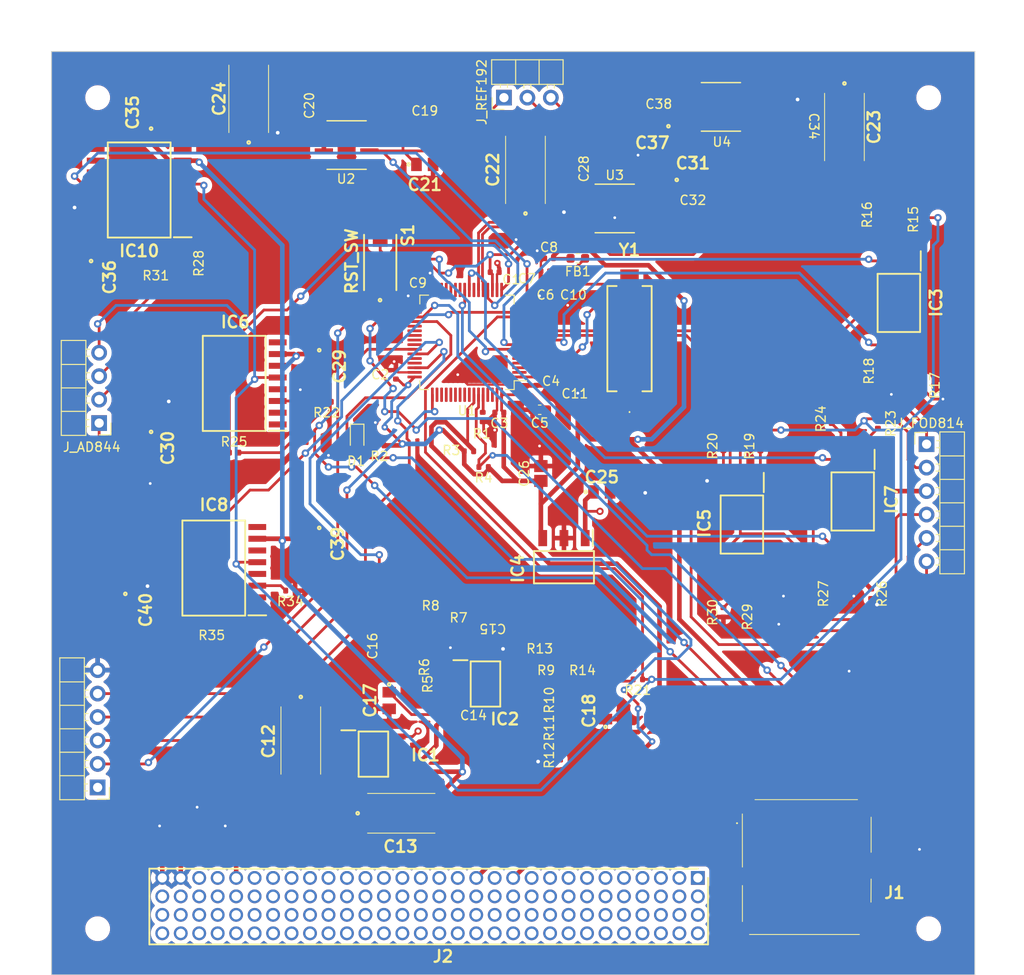
<source format=kicad_pcb>
(kicad_pcb (version 20221018) (generator pcbnew)
  (layers (0 "F.Cu" signal) (1 "In1.Cu" power "GND.Cu") (2 "In2.Cu" power "PWR.Cu") (31 "B.Cu" signal) (34 "B.Paste" user) (35 "F.Paste" user) (36 "B.SilkS" user "B.Silkscreen") (37 "F.SilkS" user "F.Silkscreen") (38 "B.Mask" user) (39 "F.Mask" user) (44 "Edge.Cuts" user))
  (net 0 "")
  (net 1 "GND")
  (net 2 "Net-(U1-VDDA)")
  (net 3 "/NRST")
  (net 4 "/HSE_OSC_OUT")
  (net 5 "/HSE_OSC_IN")
  (net 6 "Net-(D1-A)")
  (net 8 "/SPI2_CS_NSS")
  (net 9 "/SPI2_MOSI")
  (net 10 "/SPI2_SCK")
  (net 11 "/SPI2_MISO")
  (net 14 "/USART1_TX")
  (net 15 "/USART1_RX")
  (net 16 "/SWDIO")
  (net 17 "/SWCLK")
  (net 18 "/BOOT0")
  (net 19 "OBC_I2C_SCL")
  (net 20 "OBC_I2C_SDA")
  (net 24 "-5V Output")
  (net 62 "Net-(C12-+)")
  (net 63 "Net-(C12--)")
  (net 64 "+5V")
  (net 65 "Net-(C16-Pad1)")
  (net 66 "Net-(C16-Pad2)")
  (net 67 "Net-(IC2-NON-INVERTING_INPUT)")
  (net 68 "Net-(C18-Pad2)")
  (net 72 "Net-(IC2-INVERTING_INPUT)")
  (net 74 "Net-(IC2-OUTPUT)")
  (net 76 "Net-(R10-Pad2)")
  (net 77 "Net-(R10-Pad1)")
  (net 78 "Net-(R11-Pad1)")
  (net 79 "ADC1_IN4_VREF_NOSHD")
  (net 80 "Net-(IC5-AK)")
  (net 81 "Net-(IC5-C)")
  (net 82 "Net-(IC3-AK)")
  (net 83 "ADC1_IN11_OPTO_E_NOSHD")
  (net 188 "ADC1_IN10_OPTO_F_NOSHD")
  (net 189 "Net-(IC3-C)")
  (net 190 "ADC1_IN12_OPTO_F_MEL")
  (net 191 "ADC1_IN13_OPTO_E_MEL")
  (net 192 "ADC1_IN0_SINE")
  (net 194 "ADC1_IN2_OPAMP_MEL")
  (net 195 "ADC1_IN3_OPAMP_AL")
  (net 197 "ADC1_IN5_VREF_MEL")
  (net 198 "ADC1_IN6_VREF_AL")
  (net 199 "ADC1_IN7_VREG_NOSHD")
  (net 200 "ADC1_IN14_OPTO_F_AL")
  (net 201 "Net-(IC6--IN)")
  (net 202 "ADC1_IN8_VREG_MEL")
  (net 203 "ADC1_IN9_VREG_AL")
  (net 204 "3.3V Output")
  (net 215 "Net-(IC7-AK)")
  (net 216 "ADC1_IN15_OPTO_E_AL")
  (net 217 "Net-(IC7-C)")
  (net 220 "Net-(IC8--IN)")
  (net 227 "ADC1_IN1_OPAMP_NOSHD")
  (net 233 "Net-(IC10--IN)")
  (footprint "capstone:CAPC220145_88N_KEM-0.1u" (layer "F.Cu") (at 101.576 99.387201 90)
    (fp_text reference "C16")
    (fp_text value "0.1u")
  )
  (footprint "Resistor_SMD:R_0402_1005Metric" (layer "F.Cu") (at 120.076 108.24 90)
    (fp_text reference "R11")
    (fp_text value "1.8k")
  )
  (footprint "capstone:CAPC220145_88N_KEM-0.1u" (layer "F.Cu") (at 130.766599 39.095 180)
    (fp_text reference "C38")
    (fp_text value "0.1u" hide)
  )
  (footprint "capstone:SOT230P700X180-4N" (layer "F.Cu") (at 120.5 90.85 -90)
    (fp_text reference "IC4")
    (fp_text value "UA78M33CDCYG3" hide)
  )
  (footprint "Resistor_SMD:R_0402_1005Metric" (layer "F.Cu") (at 154.7 69.61 90)
    (fp_text reference "R18")
    (fp_text value "100")
  )
  (footprint "Resistor_SMD:R_0402_1005Metric" (layer "F.Cu") (at 154.5 52.68 90)
    (fp_text reference "R16")
    (fp_text value "47")
  )
  (footprint "Capacitor_SMD:C_0402_1005Metric" (layer "F.Cu") (at 117.5 70.68 -90)
    (fp_text reference "C4")
    (fp_text value "100n")
  )
  (footprint "capstone:SOIC127P1032X265-16N-AD844" (layer "F.Cu") (at 82.576 90.945 180)
    (fp_text reference "IC8")
    (fp_text value "AD844_OPAMP_NOSHD" hide)
  )
  (footprint "capstone:SOIC127P600X175-8N" (layer "F.Cu") (at 112 103.5)
    (fp_text reference "IC2")
    (fp_text value "TL081IDT" hide)
  )
  (footprint "Resistor_SMD:R_0402_1005Metric" (layer "F.Cu") (at 149.77 93.73 90)
    (fp_text reference "R27")
    (fp_text value "100")
  )
  (footprint "Capacitor_SMD:C_0402_1005Metric" (layer "F.Cu") (at 113 58.9)
    (fp_text reference "C1")
    (fp_text value "100n")
  )
  (footprint "capstone:CAPC220145_88N_KEM-0.1u" (layer "F.Cu") (at 111.197201 99.5 180)
    (fp_text reference "C15")
    (fp_text value "0.1u" hide)
  )
  (footprint "capstone:R_8_ADI-REF" (layer "F.Cu") (at 137.5 41 180)
    (fp_text reference "U4")
    (fp_text value "REF192_MEL")
  )
  (footprint "Connector_PinHeader_2.54mm:PinHeader_1x04_P2.54mm_Horizontal" (layer "F.Cu") (at 70.163 75.245 180)
    (fp_text reference "J_AD844")
    (fp_text value "Conn_01x04")
  )
  (footprint "Resistor_SMD:R_0402_1005Metric" (layer "F.Cu") (at 128.5 103 180)
    (fp_text reference "R21")
    (fp_text value "150k" hide)
  )
  (footprint "capstone:T495D" (layer "F.Cu") (at 116.332 47.824 90)
    (fp_text reference "C22")
    (fp_text value "10u" hide)
  )
  (footprint "capstone:CAPC220145_88N_KEM-0.1u" (layer "F.Cu") (at 110.697201 108.5)
    (fp_text reference "C14")
    (fp_text value "0.1u")
  )
  (footprint "Connector_PinHeader_2.54mm:PinHeader_1x06_P2.54mm_Horizontal" (layer "F.Cu") (at 159.77 77.53)
    (fp_text reference "J_FOD814")
    (fp_text value "Conn_01x06")
  )
  (footprint "capstone:SOIC127P1032X265-16N-AD844" (layer "F.Cu") (at 84.788 70.945 180)
    (fp_text reference "IC6")
    (fp_text value "AD844_OPAMP_AL" hide)
  )
  (footprint "Resistor_SMD:R_0402_1005Metric" (layer "F.Cu") (at 109.086 97.5)
    (fp_text reference "R7")
    (fp_text value "220k" hide)
  )
  (footprint "Resistor_SMD:R_0402_1005Metric" (layer "F.Cu") (at 141.77 77.74 90)
    (fp_text reference "R19")
    (fp_text value "200")
  )
  (footprint "Capacitor_SMD:C_0402_1005Metric" (layer "F.Cu") (at 102.3 70 90)
    (fp_text reference "C2")
    (fp_text value "100n")
  )
  (footprint "capstone:ECS80185PXGMTR" (layer "F.Cu") (at 127.6 66.1 90)
    (fp_text reference "Y1")
    (fp_text value "ECS-80-18-5PX-GM-TR" hide)
  )
  (footprint "Resistor_SMD:R_0402_1005Metric" (layer "F.Cu") (at 149.5 74.78 90)
    (fp_text reference "R24")
    (fp_text value "47")
  )
  (footprint "capstone:SOP254P1016X385-4N-FOD" (layer "F.Cu") (at 156.77 62.23 -90)
    (fp_text reference "IC3")
    (fp_text value "FOD814_OPTO_NOSHD" hide)
  )
  (footprint "MountingHole:MountingHole_2.2mm_M2" (layer "F.Cu") (at 160 130)
    (fp_text reference "H2")
    (fp_text value "MountingHole")
  )
  (footprint "Resistor_SMD:R_0402_1005Metric" (layer "F.Cu") (at 159.5 71.17 -90)
    (fp_text reference "R17")
    (fp_text value "100")
  )
  (footprint "Resistor_SMD:R_0402_1005Metric" (layer "F.Cu") (at 122.5 103.19)
    (fp_text reference "R14")
    (fp_text value "56k" hide)
  )
  (footprint "capstone:C0805" (layer "F.Cu") (at 124.6 82.7)
    (fp_text reference "C25")
    (fp_text value "0.33u" hide)
  )
  (footprint "capstone:R_8_ADI-REF" (layer "F.Cu") (at 126 52)
    (fp_text reference "U3")
    (fp_text value "REF192_AL")
  )
  (footprint "Capacitor_SMD:C_0402_1005Metric" (layer "F.Cu") (at 118.48 58.8 180)
    (fp_text reference "C7")
    (fp_text value "1u")
  )
  (footprint "Inductor_SMD:L_0603_1608Metric" (layer "F.Cu") (at 122 57.4 180)
    (fp_text reference "FB1")
    (fp_text value "FerriteBead")
  )
  (footprint "LED_SMD:LED_0603_1608Metric" (layer "F.Cu") (at 98.1 76.85 -90)
    (fp_text reference "D1")
    (fp_text value "RED")
  )
  (footprint "capstone:CAPC220145_88N_KEM-0.1u" (layer "F.Cu") (at 120.4638 47.707799 90)
    (fp_text reference "C28")
    (fp_text value "0.1u")
  )
  (footprint "capstone:T495D" (layer "F.Cu") (at 150.876 43.18 -90)
    (fp_text reference "C23")
    (fp_text value "10u" hide)
  )
  (footprint "capstone:CAPC220145_88N_KEM-0.1u" (layer "F.Cu") (at 118 80.7 90)
    (fp_text reference "C26")
    (fp_text value "0.1u" hide)
  )
  (footprint "capstone:C0805-0.22u" (layer "F.Cu") (at 75.788 41.6 90)
    (fp_text reference "C35")
    (fp_text value "0.22u" hide)
  )
  (footprint "Resistor_SMD:R_0402_1005Metric" (layer "F.Cu") (at 82.354 99.4)
    (fp_text reference "R35")
    (fp_text value "100k")
  )
  (footprint "Resistor_SMD:R_0402_1005Metric" (layer "F.Cu") (at 141.77 96.23 -90)
    (fp_text reference "R29")
    (fp_text value "100")
  )
  (footprint "Capacitor_SMD:C_0402_1005Metric" (layer "F.Cu") (at 113.5 74.1 180)
    (fp_text reference "C3")
    (fp_text value "100n")
  )
  (footprint "capstone:T495D" (layer "F.Cu") (at 92 109.62 -90)
    (fp_text reference "C12")
    (fp_text value "10u" hide)
  )
  (footprint "capstone:C0805" (layer "F.Cu") (at 101.576 105.29 -90)
    (fp_text reference "C17")
    (fp_text value "0.01u" hide)
  )
  (footprint "Capacitor_SMD:C_0603_1608Metric" (layer "F.Cu") (at 117.875 73.8 180)
    (fp_text reference "C5")
    (fp_text value "10u" hide)
  )
  (footprint "Resistor_SMD:R_0402_1005Metric" (layer "F.Cu") (at 90.874 93.39 180)
    (fp_text reference "R34")
    (fp_text value "1k")
  )
  (footprint "Resistor_SMD:R_0402_1005Metric" (layer "F.Cu") (at 104.576 103.51 -90)
    (fp_text reference "R5")
    (fp_text value "100k")
  )
  (footprint "Resistor_SMD:R_0402_1005Metric" (layer "F.Cu") (at 154.5 75.29 90)
    (fp_text reference "R23")
    (fp_text value "200")
  )
  (footprint "capstone:CAPC220145_88N_KEM-0.1u" (layer "F.Cu") (at 145.9638 43.095 -90)
    (fp_text reference "C34")
    (fp_text value "0.1u" hide)
  )
  (footprint "Resistor_SMD:R_0402_1005Metric" (layer "F.Cu") (at 110.21 78.3)
    (fp_text reference "R3")
    (fp_text value "2.2k" hide)
  )
  (footprint "Resistor_SMD:R_0402_1005Metric" (layer "F.Cu") (at 76.298 60.445)
    (fp_text reference "R31")
    (fp_text value "100k")
  )
  (footprint "Resistor_SMD:R_0402_1005Metric" (layer "F.Cu") (at 137.77 95.74 90)
    (fp_text reference "R30")
    (fp_text value "100")
  )
  (footprint "capstone:C0805-0.22u" (layer "F.Cu") (at 73 95.49 -90)
    (fp_text reference "C40")
    (fp_text value "0.22u" hide)
  )
  (footprint "capstone:C0805-0.22u" (layer "F.Cu") (at 75.788 77.945 -90)
    (fp_text reference "C30")
    (fp_text value "0.22u" hide)
  )
  (footprint "capstone:R_8_ADI-REF" (layer "F.Cu") (at 96.9638 45.135)
    (fp_text reference "U2")
    (fp_text value "REF192_NOSHD")
  )
  (footprint "Capacitor_SMD:C_0402_1005Metric" (layer "F.Cu") (at 104.575 57.97 90)
    (fp_text reference "C9")
    (fp_text value "100n")
  )
  (footprint "capstone:C0805-0.22u" (layer "F.Cu") (at 69.288 59.445 -90)
    (fp_text reference "C36")
    (fp_text value "0.22u" hide)
  )
  (footprint "capstone:95C04A3GWRT" (layer "F.Cu") (at 100.6 57.85 90)
    (fp_text reference "S1")
    (fp_text value "RST_SW")
  )
  (footprint "MountingHole:MountingHole_2.2mm_M2" (layer "F.Cu") (at 70 40)
    (fp_text reference "H3")
    (fp_text value "MountingHole")
  )
  (footprint "Resistor_SMD:R_0402_1005Metric" (layer "F.Cu") (at 118.566 103.19)
    (fp_text reference "R9")
    (fp_text value "1.8k" hide)
  )
  (footprint "Capacitor_SMD:C_0402_1005Metric" (layer "F.Cu") (at 118.88 57.4 180)
    (fp_text reference "C8")
    (fp_text value "1u")
  )
  (footprint "capstone:T495D" (layer "F.Cu") (at 102.88 117.5)
    (fp_text reference "C13")
    (fp_text value "10u" hide)
  )
  (footprint "Resistor_SMD:R_0402_1005Metric" (layer "F.Cu") (at 153.77 93.73 -90)
    (fp_text reference "R26")
    (fp_text value "100")
  )
  (footprint "capstone:SOIC127P600X175-8N" (layer "F.Cu") (at 99.864 111.095)
    (fp_text reference "IC1")
    (fp_text value "TL7660IDGKR" hide)
  )
  (footprint "capstone:SOIC127P1032X265-16N-AD844" (layer "F.Cu") (at 74.5 50 180)
    (fp_text reference "IC10")
    (fp_text value "AD844_OPAMP_MEL" hide)
  )
  (footprint "capstone:C0805-0.22u" (layer "F.Cu") (at 94 88.345 -90)
    (fp_text reference "C39")
    (fp_text value "0.22u" hide)
  )
  (footprint "Capacitor_SMD:C_0402_1005Metric" (layer "F.Cu") (at 121.68 70.9 180)
    (fp_text reference "C11")
    (fp_text value "20p")
  )
  (footprint "Resistor_SMD:R_0402_1005Metric" (layer "F.Cu") (at 159.5 53.19 90)
    (fp_text reference "R15")
    (fp_text value "200")
  )
  (footprint "capstone:22017781" (layer "F.Cu") (at 148.709 123.325 180)
    (fp_text reference "J1")
    (fp_text value "Micro_SD_Card" hide)
  )
  (footprint "capstone:RHDR120W55P200_4X30_6020X800X935P" (layer "F.Cu") (at 135 124.5)
    (fp_text reference "J2")
    (fp_text value "M22-6003005" hide)
  )
  (footprint "Resistor_SMD:R_0402_1005Metric" (layer "F.Cu") (at 100.51 77.6625 180)
    (fp_text reference "R2")
    (fp_text value "2.2k")
  )
  (footprint "MountingHole:MountingHole_2.2mm_M2" (layer "F.Cu") (at 160 40)
    (fp_text reference "H4")
    (fp_text value "MountingHole")
  )
  (footprint "capstone:SOP254P1016X385-4N-FOD" (layer "F.Cu") (at 151.77 83.73 -90)
    (fp_text reference "IC7")
    (fp_text value "FOD814_OPTO_AL" hide)
  )
  (footprint "capstone:C0805-1u" (layer "F.Cu") (at 134.4638 48.905)
    (fp_text reference "C31")
    (fp_text value "1u" hide)
  )
  (footprint "capstone:CAPC220145_88N_KEM-0.1u" (layer "F.Cu") (at 105.4276 43.23)
    (fp_text reference "C19")
    (fp_text value "0.1u" hide)
  )
  (footprint "capstone:C0805" (layer "F.Cu") (at 125 106.4 90)
    (fp_text reference "C18")
    (fp_text value "0.01u" hide)
  )
  (footprint "Resistor_SMD:R_0402_1005Metric" (layer "F.Cu") (at 137.77 77.72 90)
    (fp_text reference "R20")
    (fp_text value "47" hide)
  )
  (footprint "capstone:SOP254P1016X385-4N-FOD" (layer "F.Cu") (at 139.77 86.23 -90)
    (fp_text reference "IC5")
    (fp_text value "FOD814_OPTO_MEL" hide)
  )
  (footprint "Resistor_SMD:R_0402_1005Metric" (layer "F.Cu") (at 120.076 105.24 90)
    (fp_text reference "R10")
    (fp_text value "1.0k")
  )
  (footprint "Resistor_SMD:R_0402_1005Metric" (layer "F.Cu") (at 106.066 96.19)
    (fp_text reference "R8")
    (fp_text value "100k" hide)
  )
  (footprint "Resistor_SMD:R_0402_1005Metric" (layer "F.Cu") (at 94.788 72.945 180)
    (fp_text reference "R22")
    (fp_text value "1k")
  )
  (footprint "Capacitor_SMD:C_0402_1005Metric" (layer "F.Cu") (at 121.52 60.2 180)
    (fp_text reference "C10")
    (fp_text value "20p")
  )
  (footprint "MountingHole:MountingHole_2.2mm_M2" (layer "F.Cu") (at 70 130)
    (fp_text reference "H1")
    (fp_text value "MountingHole")
  )
  (footprint "capstone:C0805-0.22u" (layer "F.Cu") (at 94 69.1 -90)
    (fp_text reference "C29")
    (fp_text value "0.22u" hide)
  )
  (footprint "Resistor_SMD:R_0402_1005Metric" (layer "F.Cu") (at 111.7 74.59 -90)
    (fp_text reference "R1")
    (fp_text value "2.2k")
  )
  (footprint "capstone:CAPC220145_88N_KEM-0.1u" (layer "F.Cu") (at 134.4638 52.905)
    (fp_text reference "C32")
    (fp_text value "0.1u" hide)
  )
  (footprint "Resistor_SMD:R_0402_1005Metric" (layer "F.Cu") (at 106.556 101.68 90)
    (fp_text reference "R6")
    (fp_text value "100k" hide)
  )
  (footprint "Capacitor_SMD:C_0402_1005Metric" (layer "F.Cu") (at 118.5 60.2 180)
    (fp_text reference "C6")
    (fp_text value "100n")
  )
  (footprint "Resistor_SMD:R_0402_1005Metric" (layer "F.Cu") (at 84.778 78.445)
    (fp_text reference "R25")
    (fp_text value "100k")
  )
  (footprint "Resistor_SMD:R_0402_1005Metric" (layer "F.Cu") (at 111.8 80 180)
    (fp_text reference "R4")
    (fp_text value "2.2k")
  )
  (footprint "capstone:C0805-1u" (layer "F.Cu") (at 130.0638 43.095 180)
    (fp_text reference "C37")
    (fp_text value "1u" hide)
  )
  (footprint "capstone:T495D" (layer "F.Cu") (at 86.36 40.132 90)
    (fp_text reference "C24")
    (fp_text value "10u" hide)
  )
  (footprint "Connector_PinHeader_2.54mm:PinHeader_1x03_P2.54mm_Horizontal" (layer "F.Cu") (at 114 40 90)
    (fp_text reference "J_REF192")
    (fp_text value "Conn_01x03")
  )
  (footprint "Connector_PinHeader_2.54mm:PinHeader_1x06_P2.54mm_Horizontal" (layer "F.Cu") (at 70 114.7 180)
    (fp_text reference "J3")
    (fp_text value "Conn_01x06")
  )
  (footprint "Resistor_SMD:R_0402_1005Metric" (layer "F.Cu") (at 79.788 57.945 -90)
    (fp_text reference "R28")
    (fp_text value "1k")
  )
  (footprint "Package_QFP:LQFP-64_10x10mm_P0.5mm" (layer "F.Cu") (at 110 66.5 180)
    (fp_text reference "U1")
    (fp_text value "STM32F103RBTx")
  )
  (footprint "Resistor_SMD:R_0402_1005Metric" (layer "F.Cu") (at 120.076 99.68 90)
    (fp_text reference "R13")
    (fp_text value "12k")
  )
  (footprint "capstone:CAPC220145_88N_KEM-0.1u" (layer "F.Cu") (at 90.932 40.853201 90)
    (fp_text reference "C20")
    (fp_text value "0.1u")
  )
  (footprint "capstone:C0805-1u" (layer "F.Cu") (at 105.4276 47.23)
    (fp_text reference "C21")
    (fp_text value "1u" hide)
  )
  (footprint "Resistor_SMD:R_0402_1005Metric" (layer "F.Cu") (at 120.076 111.22 90)
    (fp_text reference "R12")
    (fp_text value "330")
  )
  (gr_line (start 165 135) (end 65 135) (stroke (width 0.1)) (layer "Edge.Cuts"))
  (gr_line (start 65 35) (end 165 35) (stroke (width 0.1)) (layer "Edge.Cuts"))
  (gr_line (start 165 35) (end 165 135) (stroke (width 0.1)) (layer "Edge.Cuts"))
  (gr_line (start 65 135) (end 65 35) (stroke (width 0.1)) (layer "Edge.Cuts"))
  (segment (start 117.856 60.364) (end 118.02 60.2) (width 0.25) (layer "F.Cu") (net 1))
  (segment (start 112.06 75.06) (end 113 76) (width 0.25) (layer "F.Cu") (net 1))
  (segment (start 117.114 64.75) (end 117.856 64.008) (width 0.25) (layer "F.Cu") (net 1))
  (segment (start 106.75 60.825) (end 106.75 59.982236) (width 0.25) (layer "F.Cu") (net 1))
  (segment (start 117.856 64.008) (end 119.38 64.008) (width 0.25) (layer "F.Cu") (net 1))
  (segment (start 113.25 72.175) (end 113.25 73.87) (width 0.25) (layer "F.Cu") (net 1))
  (segment (start 153.75 116.976) (end 153.399 116.625) (width 0.25) (layer "F.Cu") (net 1))
  (segment (start 112.02 75.1) (end 112.06 75.06) (width 0.25) (layer "F.Cu") (net 1))
  (segment (start 125.095 53.905) (end 126 53) (width 0.25) (layer "F.Cu") (net 1))
  (segment (start 113 76) (end 113 74.12) (width 0.25) (layer "F.Cu") (net 1))
  (segment (start 121.04 60.2) (end 121.04 62.348) (width 0.25) (layer "F.Cu") (net 1))
  (segment (start 79 118.612) (end 80.772 116.84) (width 0.5) (layer "F.Cu") (net 1))
  (segment (start 118.02 58.82) (end 118 58.8) (width 0.25) (layer "F.Cu") (net 1))
  (segment (start 77 119.164) (end 76.708 118.872) (width 0.5) (layer "F.Cu") (net 1))
  (segment (start 113 74.12) (end 113.02 74.1) (width 0.25) (layer "F.Cu") (net 1))
  (segment (start 92.372 71.628) (end 94 70) (width 0.25) (layer "F.Cu") (net 1))
  (segment (start 110.075 71.075) (end 109 70) (width 0.25) (layer "F.Cu") (net 1))
  (segment (start 117.415 71.075) (end 110.075 71.075) (width 0.25) (layer "F.Cu") (net 1))
  (segment (start 157.161 123.255) (end 159.004 121.412) (width 0.25) (layer "F.Cu") (net 1))
  (segment (start 77 124.5) (end 77 119.164) (width 0.5) (layer "F.Cu") (net 1))
  (segment (start 113.25 59.13) (end 113.48 58.9) (width 0.25) (layer "F.Cu") (net 1))
  (segment (start 117.5 71.16) (end 117.415 71.075) (width 0.25) (layer "F.Cu") (net 1))
  (segment (start 110.394402 99.5) (end 108.272 99.5) (width 0.25) (layer "F.Cu") (net 1))
  (segment (start 112.06 75.06) (end 113.02 74.1) (width 0.25) (layer "F.Cu") (net 1))
  (segment (start 104.325 69.75) (end 102.53 69.75) (width 0.25) (layer "F.Cu") (net 1))
  (segment (start 123.5362 53.905) (end 125.095 53.905) (width 0.25) (layer "F.Cu") (net 1))
  (segment (start 139.824 124.35) (end 139.824 130.25) (width 0.25) (layer "F.Cu") (net 1))
  (segment (start 113.48 58.108) (end 113.284 57.912) (width 0.3) (layer "F.Cu") (net 1))
  (segment (start 115.675 64.75) (end 117.114 64.75) (width 0.25) (layer "F.Cu") (net 1))
  (segment (start 139.824 130.25) (end 139.849 130.275) (width 0.25) (layer "F.Cu") (net 1))
  (segment (start 106.75 59.982236) (end 106 59.232236) (width 0.25) (layer "F.Cu") (net 1))
  (segment (start 118 58.8) (end 118 57.8) (width 0.25) (layer "F.Cu") (net 1))
  (segment (start 139.849 130.275) (end 141.789 128.335) (width 0.25) (layer "F.Cu") (net 1))
  (segment (start 118 57.8) (end 118.4 57.4) (width 0.25) (layer "F.Cu") (net 1))
  (segment (start 108.272 99.5) (end 108.204 99.568) (width 0.25) (layer "F.Cu") (net 1))
  (segment (start 153.75 123.255) (end 157.161 123.255) (width 0.25) (layer "F.Cu") (net 1))
  (segment (start 113.25 60.825) (end 113.25 59.13) (width 0.25) (layer "F.Cu") (net 1))
  (segment (start 119.38 64.008) (end 120.904 62.484) (width 0.25) (layer "F.Cu") (net 1))
  (segment (start 91.948 71.628) (end 92.372 71.628) (width 0.25) (layer "F.Cu") (net 1))
  (segment (start 113.48 58.9) (end 113.48 58.108) (width 0.3) (layer "F.Cu") (net 1))
  (segment (start 117.856 61.468) (end 117.856 60.364) (width 0.25) (layer "F.Cu") (net 1))
  (segment (start 117.6 56.6) (end 118.4 57.4) (width 0.3) (layer "F.Cu") (net 1))
  (segment (start 121.04 62.348) (end 120.904 62.484) (width 0.25) (layer "F.Cu") (net 1))
  (segment (start 106 59.232236) (end 106 59) (width 0.25) (layer "F.Cu") (net 1))
  (segment (start 113.25 73.87) (end 113.02 74.1) (width 0.25) (layer "F.Cu") (net 1))
  (segment (start 121.2 70.9) (end 121.2 71.2) (width 0.25) (layer "F.Cu") (net 1))
  (segment (start 79 124.5) (end 79 118.612) (width 0.5) (layer "F.Cu") (net 1))
  (segment (start 117.6 56.58) (end 117.6 56.6) (width 0.3) (layer "F.Cu") (net 1))
  (segment (start 111.7 75.1) (end 112.02 75.1) (width 0.25) (layer "F.Cu") (net 1))
  (segment (start 141.789 128.335) (end 153.75 128.335) (width 0.25) (layer "F.Cu") (net 1))
  (segment (start 118.02 60.2) (end 118.02 58.82) (width 0.25) (layer "F.Cu") (net 1))
  (segment (start 121.2 71.2) (end 122 72) (width 0.25) (layer "F.Cu") (net 1))
  (segment (start 153.75 123.255) (end 153.75 116.976) (width 0.25) (layer "F.Cu") (net 1))
  (segment (start 102.53 69.75) (end 102.3 69.52) (width 0.25) (layer "F.Cu") (net 1))
  (segment (start 153.75 128.335) (end 153.75 123.255) (width 0.25) (layer "F.Cu") (net 1))
  (via micro (at 136 81.5) (size 0.8) (drill 0.4) (layers "F.Cu" "In1.Cu") (net 1))
  (via micro (at 100.076 75.184) (size 0.7) (drill 0.3) (layers "F.Cu" "In1.Cu") (net 1))
  (via micro (at 120.904 62.484) (size 0.7) (drill 0.3) (layers "F.Cu" "In1.Cu") (net 1))
  (via micro (at 108.204 99.568) (size 0.7) (drill 0.3) (layers "F.Cu" "In1.Cu") (net 1))
  (via micro (at 113.284 57.912) (size 0.7) (drill 0.3) (layers "F.Cu" "In1.Cu") (net 1))
  (via (at 106 59) (size 0.7) (drill 0.3) (layers "F.Cu" "B.Cu") (net 1))
  (via micro (at 113 76) (size 0.7) (drill 0.3) (layers "F.Cu" "In1.Cu") (net 1))
  (via micro (at 94.996 78.74) (size 0.7) (drill 0.3) (layers "F.Cu" "In1.Cu") (net 1))
  (via micro (at 129.3 82.8) (size 0.8) (drill 0.4) (layers "F.Cu" "In1.Cu") (net 1))
  (via micro (at 109 70) (size 0.7) (drill 0.3) (layers "F.Cu" "In1.Cu") (net 1))
  (via micro (at 115.316 55.372) (size 0.7) (drill 0.3) (layers "F.Cu" "In1.Cu") (net 1))
  (via micro (at 159.004 121.412) (size 0.7) (drill 0.3) (layers "F.Cu" "In1.Cu") (net 1))
  (via (at 122 72) (size 0.7) (drill 0.3) (layers "F.Cu" "B.Cu") (net 1))
  (via micro (at 76.708 118.872) (size 0.7) (drill 0.3) (layers "F.Cu" "In1.Cu") (net 1))
  (via micro (at 80.772 116.84) (size 0.7) (drill 0.3) (layers "F.Cu" "In1.Cu") (net 1))
  (via micro (at 117.856 61.468) (size 0.7) (drill 0.3) (layers "F.Cu" "In1.Cu") (net 1))
  (via micro (at 151.384 102.108) (size 0.7) (drill 0.3) (layers "F.Cu" "In1.Cu") (net 1))
  (via micro (at 103.632 61.468) (size 0.7) (drill 0.3) (layers "F.Cu" "In1.Cu") (net 1))
  (via micro (at 91.948 71.628) (size 0.7) (drill 0.3) (layers "F.Cu" "In1.Cu") (net 1))
  (via micro (at 151.892 93.98) (size 0.7) (drill 0.3) (layers "F.Cu" "In1.Cu") (net 1))
  (via micro (at 155.956 72.136) (size 0.7) (drill 0.3) (layers "F.Cu" "In1.Cu") (net 1))
  (via micro (at 75.692 81.788) (size 0.7) (drill 0.3) (layers "F.Cu" "In1.Cu") (net 1))
  (via micro (at 102.108 68.58) (size 0.7) (drill 0.3) (layers "F.Cu" "In1.Cu") (net 1))
  (via micro (at 117.856 77.724) (size 0.7) (drill 0.3) (layers "F.Cu" "In1.Cu") (net 1))
  (via micro (at 144.272 93.98) (size 0.7) (drill 0.3) (layers "F.Cu" "In1.Cu") (net 1))
  (via (at 126 53) (size 0.7) (drill 0.3) (layers "F.Cu" "B.Cu") (net 1))
  (via micro (at 117.6 56.58) (size 0.7) (drill 0.3) (layers "F.Cu" "In1.Cu") (net 1))
  (via micro (at 128.524 46.228) (size 0.7) (drill 0.3) (layers "F.Cu" "In1.Cu") (net 1))
  (segment (start 121.3875 58.8) (end 122.7875 57.4) (width 0.3) (layer "F.Cu") (net 2))
  (segment (start 118.96 58.8) (end 121.3875 58.8) (width 0.3) (layer "F.Cu") (net 2))
  (segment (start 118.98 60.2) (end 118.98 58.82) (width 0.3) (layer "F.Cu") (net 2))
  (segment (start 115.675 64.25) (end 116.55312 64.25) (width 0.3) (layer "F.Cu") (net 2))
  (segment (start 118.98 61.82312) (end 118.98 60.2) (width 0.3) (layer "F.Cu") (net 2))
  (segment (start 118.98 58.82) (end 118.96 58.8) (width 0.3) (layer "F.Cu") (net 2))
  (segment (start 116.55312 64.25) (end 118.98 61.82312) (width 0.3) (layer "F.Cu") (net 2))
  (segment (start 102.5 57.5) (end 101.54688 57.5) (width 0.3) (layer "F.Cu") (net 3))
  (segment (start 112.25 67.25) (end 112 67.5) (width 0.3) (layer "F.Cu") (net 3))
  (segment (start 101.54688 57.5) (end 100.6 56.55312) (width 0.3) (layer "F.Cu") (net 3))
  (segment (start 106.99 57.49) (end 107 57.5) (width 0.3) (layer "F.Cu") (net 3))
  (segment (start 115.675 67.25) (end 112.25 67.25) (width 0.3) (layer "F.Cu") (net 3))
  (segment (start 102.51 57.49) (end 102.5 57.5) (width 0.3) (layer "F.Cu") (net 3))
  (segment (start 100.6 56.55312) (end 100.6 55.15) (width 0.3) (layer "F.Cu") (net 3))
  (segment (start 104.575 57.49) (end 106.99 57.49) (width 0.3) (layer "F.Cu") (net 3))
  (segment (start 104.575 57.49) (end 102.51 57.49) (width 0.3) (layer "F.Cu") (net 3))
  (via (at 112 67.5) (size 0.8) (drill 0.4) (layers "F.Cu" "B.Cu") (net 3))
  (via (at 107 57.5) (size 0.8) (drill 0.4) (layers "F.Cu" "B.Cu") (net 3))
  (segment (start 110.25 65.25) (end 112 67) (width 0.3) (layer "B.Cu") (net 3))
  (segment (start 110.25 62.189339) (end 110.25 65.25) (width 0.3) (layer "B.Cu") (net 3))
  (segment (start 107 57.5) (end 107 59.060661) (width 0.3) (layer "B.Cu") (net 3))
  (segment (start 107 59.060661) (end 107.939339 60) (width 0.3) (layer "B.Cu") (net 3))
  (segment (start 112 67) (end 112 67.5) (width 0.3) (layer "B.Cu") (net 3))
  (segment (start 108.060661 60) (end 110.25 62.189339) (width 0.3) (layer "B.Cu") (net 3))
  (segment (start 107.939339 60) (end 108.060661 60) (width 0.3) (layer "B.Cu") (net 3))
  (segment (start 123 63.5) (end 125.15 61.35) (width 0.3) (layer "F.Cu") (net 4))
  (segment (start 121.75 67.75) (end 122.5 67) (width 0.3) (layer "F.Cu") (net 4))
  (segment (start 125.15 61.35) (end 127.6 61.35) (width 0.3) (layer "F.Cu") (net 4))
  (segment (start 121.88 60.2) (end 126.45 60.2) (width 0.3) (layer "F.Cu") (net 4))
  (segment (start 126.45 60.2) (end 127.6 61.35) (width 0.3) (layer "F.Cu") (net 4))
  (segment (start 115.675 67.75) (end 121.75 67.75) (width 0.3) (layer "F.Cu") (net 4))
  (via (at 123 63.5) (size 0.8) (drill 0.4) (layers "F.Cu" "B.Cu") (net 4))
  (via (at 122.5 67) (size 0.8) (drill 0.4) (layers "F.Cu" "B.Cu") (net 4))
  (segment (start 123 66.5) (end 123 63.5) (width 0.3) (layer "B.Cu") (net 4))
  (segment (start 122.5 67) (end 123 66.5) (width 0.3) (layer "B.Cu") (net 4))
  (segment (start 119.819999 68.25) (end 115.675 68.25) (width 0.3) (layer "F.Cu") (net 5))
  (segment (start 127.6 70.85) (end 122.21 70.85) (width 0.3) (layer "F.Cu") (net 5))
  (segment (start 122.16 70.9) (end 122.16 70.590001) (width 0.3) (layer "F.Cu") (net 5))
  (segment (start 122.16 70.590001) (end 119.819999 68.25) (width 0.3) (layer "F.Cu") (net 5))
  (segment (start 122.21 70.85) (end 122.16 70.9) (width 0.3) (layer "F.Cu") (net 5))
  (segment (start 98.1 77.6375) (end 99.975 77.6375) (width 0.3) (layer "F.Cu") (net 6))
  (segment (start 99.975 77.6375) (end 100 77.6625) (width 0.3) (layer "F.Cu") (net 6))
  (segment (start 95 80) (end 93.5 78.5) (width 0.3) (layer "F.Cu") (net 8))
  (segment (start 98 80) (end 97.5 80) (width 0.3) (layer "F.Cu") (net 8))
  (segment (start 93.5 78.5) (end 93.5 76) (width 0.3) (layer "F.Cu") (net 8))
  (segment (start 100 82) (end 98 80) (width 0.3) (layer "F.Cu") (net 8))
  (segment (start 145.935 113.435) (end 132 100) (width 0.3) (layer "F.Cu") (net 8))
  (segment (start 96 65.5) (end 98.75 62.75) (width 0.3) (layer "F.Cu") (net 8))
  (segment (start 145.935 118.675) (end 145.935 113.435) (width 0.3) (layer "F.Cu") (net 8))
  (segment (start 98.75 62.75) (end 104.325 62.75) (width 0.3) (layer "F.Cu") (net 8))
  (segment (start 93.5 76) (end 94 75.5) (width 0.3) (layer "F.Cu") (net 8))
  (via (at 94 75.5) (size 0.8) (drill 0.4) (layers "F.Cu" "B.Cu") (net 8))
  (via (at 95 80) (size 0.8) (drill 0.4) (layers "F.Cu" "B.Cu") (net 8))
  (via (at 132 100) (size 0.8) (drill 0.4) (layers "F.Cu" "B.Cu") (net 8))
  (via (at 97.5 80) (size 0.8) (drill 0.4) (layers "F.Cu" "B.Cu") (net 8))
  (via (at 96 65.5) (size 0.8) (drill 0.4) (layers "F.Cu" "B.Cu") (net 8))
  (via (at 100 82) (size 0.8) (drill 0.4) (layers "F.Cu" "B.Cu") (net 8))
  (segment (start 110 92) (end 100 82) (width 0.3) (layer "B.Cu") (net 8))
  (segment (start 94 75.5) (end 96 73.5) (width 0.3) (layer "B.Cu") (net 8))
  (segment (start 132 100) (end 124 92) (width 0.3) (layer "B.Cu") (net 8))
  (segment (start 96 73.5) (end 96 65.5) (width 0.3) (layer "B.Cu") (net 8))
  (segment (start 97.5 80) (end 95 80) (width 0.3) (layer "B.Cu") (net 8))
  (segment (start 115.5 92) (end 110 92) (width 0.3) (layer "B.Cu") (net 8))
  (segment (start 124 92) (end 123.5 92) (width 0.3) (layer "B.Cu") (net 8))
  (segment (start 123.5 92) (end 115.5 92) (width 0.3) (layer "B.Cu") (net 8))
  (segment (start 97.5 79) (end 97 78.5) (width 0.3) (layer "F.Cu") (net 9))
  (segment (start 102 79) (end 97.5 79) (width 0.3) (layer "F.Cu") (net 9))
  (segment (start 108.25 67.810661) (end 108.25 65.75) (width 0.3) (layer "F.Cu") (net 9))
  (segment (start 147.035 118.675) (end 147.035 112.535) (width 0.3) (layer "F.Cu") (net 9))
  (segment (start 97 74.5) (end 99 72.5) (width 0.3) (layer "F.Cu") (net 9))
  (segment (start 108.25 65.75) (end 106.75 64.25) (width 0.3) (layer "F.Cu") (net 9))
  (segment (start 97 78.5) (end 97 74.5) (width 0.3) (layer "F.Cu") (net 9))
  (segment (start 99 72.5) (end 103.560661 72.5) (width 0.3) (layer "F.Cu") (net 9))
  (segment (start 106.75 64.25) (end 104.325 64.25) (width 0.3) (layer "F.Cu") (net 9))
  (segment (start 103.560661 72.5) (end 108.25 67.810661) (width 0.3) (layer "F.Cu") (net 9))
  (segment (start 147.035 112.535) (end 133.5 99) (width 0.3) (layer "F.Cu") (net 9))
  (via (at 102 79) (size 0.8) (drill 0.4) (layers "F.Cu" "B.Cu") (net 9))
  (via (at 133.5 99) (size 0.8) (drill 0.4) (layers "F.Cu" "B.Cu") (net 9))
  (segment (start 124.5 90) (end 119 90) (width 0.3) (layer "B.Cu") (net 9))
  (segment (start 112.5 87.5) (end 104 79) (width 0.3) (layer "B.Cu") (net 9))
  (segment (start 115 90) (end 112.5 87.5) (width 0.3) (layer "B.Cu") (net 9))
  (segment (start 104 79) (end 102 79) (width 0.3) (layer "B.Cu") (net 9))
  (segment (start 133.5 99) (end 124.5 90) (width 0.3) (layer "B.Cu") (net 9))
  (segment (start 119 90) (end 115 90) (width 0.3) (layer "B.Cu") (net 9))
  (segment (start 104.5 75.939339) (end 104.5 76) (width 0.3) (layer "F.Cu") (net 10))
  (segment (start 101.092 74) (end 102.560661 74) (width 0.3) (layer "F.Cu") (net 10))
  (segment (start 143 102.5) (end 142.5 102) (width 0.3) (layer "F.Cu") (net 10))
  (segment (start 149.235 108.735) (end 143 102.5) (width 0.3) (layer "F.Cu") (net 10))
  (segment (start 101.25 63.25) (end 104.325 63.25) (width 0.3) (layer "F.Cu") (net 10))
  (segment (start 99.5 65) (end 101.25 63.25) (width 0.3) (layer "F.Cu") (net 10))
  (segment (start 102 71.5) (end 99.5 68.5) (width 0.3) (layer "F.Cu") (net 10))
  (segment (start 102.560661 74) (end 104.5 75.939339) (width 0.3) (layer "F.Cu") (net 10))
  (segment (start 149.235 118.675) (end 149.235 108.735) (width 0.3) (layer "F.Cu") (net 10))
  (via (at 104.5 76) (size 0.8) (drill 0.4) (layers "F.Cu" "B.Cu") (net 10))
  (via (at 102 71.5) (size 0.8) (drill 0.4) (layers "F.Cu" "B.Cu") (net 10))
  (via (at 99.5 65) (size 0.8) (drill 0.4) (layers "F.Cu" "B.Cu") (net 10))
  (via (at 99.5 68.5) (size 0.8) (drill 0.4) (layers "F.Cu" "B.Cu") (net 10))
  (via (at 101.092 74) (size 0.8) (drill 0.4) (layers "F.Cu" "B.Cu") (net 10))
  (via (at 142.5 102) (size 0.8) (drill 0.4) (layers "F.Cu" "B.Cu") (net 10))
  (segment (start 129 91) (end 131.5 91) (width 0.3) (layer "B.Cu") (net 10))
  (segment (start 105.75 74.75) (end 112.75 74.75) (width 0.3) (layer "B.Cu") (net 10))
  (segment (start 112.75 74.75) (end 129 91) (width 0.3) (layer "B.Cu") (net 10))
  (segment (start 99.5 68.5) (end 99.5 65) (width 0.3) (layer "B.Cu") (net 10))
  (segment (start 101.092 74) (end 101.092 72.408) (width 0.3) (layer "B.Cu") (net 10))
  (segment (start 131.5 91) (end 142.5 102) (width 0.3) (layer "B.Cu") (net 10))
  (segment (start 104.5 76) (end 105.75 74.75) (width 0.3) (layer "B.Cu") (net 10))
  (segment (start 101.092 72.408) (end 102 71.5) (width 0.3) (layer "B.Cu") (net 10))
  (segment (start 150.335 118.675) (end 150.335 118.1) (width 0.25) (layer "F.Cu") (net 11))
  (segment (start 151.435 113) (end 151.435 108.935) (width 0.3) (layer "F.Cu") (net 11))
  (segment (start 151.435 118.675) (end 151.435 117) (width 0.3) (layer "F.Cu") (net 11))
  (segment (start 150.335 118.1) (end 151.435 117) (width 0.25) (layer "F.Cu") (net 11))
  (segment (start 151.435 108.935) (end 144 101.5) (width 0.3) (layer "F.Cu") (net 11))
  (segment (start 106.5 62.5) (end 105.25 63.75) (width 0.3) (layer "F.Cu") (net 11))
  (segment (start 151.435 117) (end 151.435 113) (width 0.3) (layer "F.Cu") (net 11))
  (segment (start 105.25 63.75) (end 104.325 63.75) (width 0.3) (layer "F.Cu") (net 11))
  (via (at 144 101.5) (size 0.8) (drill 0.4) (layers "F.Cu" "B.Cu") (net 11))
  (via (at 106.5 62.5) (size 0.8) (drill 0.4) (layers "F.Cu" "B.Cu") (net 11))
  (segment (start 130 89.5) (end 129.5 89) (width 0.3) (layer "B.Cu") (net 11))
  (segment (start 144 101.5) (end 132 89.5) (width 0.3) (layer "B.Cu") (net 11))
  (segment (start 117 76) (end 109 68) (width 0.3) (layer "B.Cu") (net 11))
  (segment (start 108.060661 62.5) (end 106.5 62.5) (width 0.3) (layer "B.Cu") (net 11))
  (segment (start 129.5 88.5) (end 117 76) (width 0.3) (layer "B.Cu") (net 11))
  (segment (start 132 89.5) (end 130 89.5) (width 0.3) (layer "B.Cu") (net 11))
  (segment (start 109 68) (end 109 63.439339) (width 0.3) (layer "B.Cu") (net 11))
  (segment (start 109 63.439339) (end 108.060661 62.5) (width 0.3) (layer "B.Cu") (net 11))
  (segment (start 129.5 89) (end 129.5 88.5) (width 0.3) (layer "B.Cu") (net 11))
  (segment (start 75.34 112.16) (end 75.5 112) (width 0.3) (layer "F.Cu") (net 14))
  (segment (start 70 112.16) (end 75.34 112.16) (width 0.3) (layer "F.Cu") (net 14))
  (segment (start 104.325 67.25) (end 99.25 67.25) (width 0.3) (layer "F.Cu") (net 14))
  (segment (start 99.25 67.25) (end 96 70.5) (width 0.3) (layer "F.Cu") (net 14))
  (segment (start 96 70.5) (end 96 91.5) (width 0.3) (layer "F.Cu") (net 14))
  (segment (start 96 91.5) (end 88 99.5) (width 0.3) (layer "F.Cu") (net 14))
  (via (at 88 99.5) (size 0.8) (drill 0.4) (layers "F.Cu" "B.Cu") (net 14))
  (via (at 75.5 112) (size 0.8) (drill 0.4) (layers "F.Cu" "B.Cu") (net 14))
  (segment (start 75.5 112) (end 88 99.5) (width 0.3) (layer "B.Cu") (net 14))
  (segment (start 70 109.62) (end 85.78 109.62) (width 0.3) (layer "F.Cu") (net 15))
  (segment (start 85.78 109.62) (end 100.5 94.9) (width 0.3) (layer "F.Cu") (net 15))
  (segment (start 104.325 67.75) (end 105.75 67.75) (width 0.3) (layer "F.Cu") (net 15))
  (segment (start 105.75 67.75) (end 107 66.5) (width 0.3) (layer "F.Cu") (net 15))
  (segment (start 100.5 94.9) (end 100.5 89.5) (width 0.3) (layer "F.Cu") (net 15))
  (via (at 100.5 89.5) (size 0.8) (drill 0.4) (layers "F.Cu" "B.Cu") (net 15))
  (via (at 107 66.5) (size 0.8) (drill 0.4) (layers "F.Cu" "B.Cu") (net 15))
  (segment (start 98.5 89.5) (end 93 84) (width 0.3) (layer "B.Cu") (net 15))
  (segment (start 93 84) (end 93 79.060661) (width 0.3) (layer "B.Cu") (net 15))
  (segment (start 93 79.060661) (end 93.25 78.810661) (width 0.3) (layer "B.Cu") (net 15))
  (segment (start 93.25 78.810661) (end 93.25 78.75) (width 0.3) (layer "B.Cu") (net 15))
  (segment (start 93.25 78.75) (end 105.5 66.5) (width 0.3) (layer "B.Cu") (net 15))
  (segment (start 100.5 89.5) (end 98.5 89.5) (width 0.3) (layer "B.Cu") (net 15))
  (segment (start 105.5 66.5) (end 107 66.5) (width 0.3) (layer "B.Cu") (net 15))
  (segment (start 103.75 80.75) (end 103.75 77.189339) (width 0.3) (layer "F.Cu") (net 16))
  (segment (start 105.75 69.25) (end 104.325 69.25) (width 0.3) (layer "F.Cu") (net 16))
  (segment (start 99 85.5) (end 103.75 80.75) (width 0.3) (layer "F.Cu") (net 16))
  (segment (start 70 107.08) (end 84.92 107.08) (width 0.3) (layer "F.Cu") (net 16))
  (segment (start 103.75 77.189339) (end 103.5 76.939339) (width 0.3) (layer "F.Cu") (net 16))
  (segment (start 99 93) (end 99 85.5) (width 0.3) (layer "F.Cu") (net 16))
  (segment (start 103.5 76.939339) (end 103.5 76) (width 0.3) (layer "F.Cu") (net 16))
  (segment (start 103.5 76) (end 102.5 75) (width 0.3) (layer "F.Cu") (net 16))
  (segment (start 107.5 67.5) (end 105.75 69.25) (width 0.3) (layer "F.Cu") (net 16))
  (segment (start 84.92 107.08) (end 99 93) (width 0.3) (layer "F.Cu") (net 16))
  (via (at 107.5 67.5) (size 0.8) (drill 0.4) (layers "F.Cu" "B.Cu") (net 16))
  (via (at 102.5 75) (size 0.8) (drill 0.4) (layers "F.Cu" "B.Cu") (net 16))
  (segment (start 102.5 73.5) (end 107.5 68.5) (width 0.3) (layer "B.Cu") (net 16))
  (segment (start 107.5 68.5) (end 107.5 67.5) (width 0.3) (layer "B.Cu") (net 16))
  (segment (start 102.5 75) (end 102.5 73.5) (width 0.3) (layer "B.Cu") (net 16))
  (segment (start 84.96 104.54) (end 70 104.54) (width 0.3) (layer "F.Cu") (net 17))
  (segment (start 97 92.5) (end 84.96 104.54) (width 0.3) (layer "F.Cu") (net 17))
  (segment (start 106.25 72.175) (end 106.25 73.75) (width 0.3) (layer "F.Cu") (net 17))
  (segment (start 97 82.5) (end 97 92.5) (width 0.3) (layer "F.Cu") (net 17))
  (segment (start 106.25 73.75) (end 106.5 74) (width 0.3) (layer "F.Cu") (net 17))
  (via (at 106.5 74) (size 0.8) (drill 0.4) (layers "F.Cu" "B.Cu") (net 17))
  (via (at 97 82.5) (size 0.8) (drill 0.4) (layers "F.Cu" "B.Cu") (net 17))
  (segment (start 97 82.5) (end 96.939339 82.5) (width 0.3) (layer "B.Cu") (net 17))
  (segment (start 97 82.439339) (end 97 82.5) (width 0.3) (layer "B.Cu") (net 17))
  (segment (start 106.5 74) (end 105.439339 74) (width 0.3) (layer "B.Cu") (net 17))
  (segment (start 105.439339 74) (end 97 82.439339) (width 0.3) (layer "B.Cu") (net 17))
  (segment (start 96.939339 82.5) (end 97 82.439339) (width 0.3) (layer "B.Cu") (net 17))
  (segment (start 111.75 74.03) (end 111.7 74.08) (width 0.3) (layer "F.Cu") (net 18))
  (segment (start 111.75 72.175) (end 111.75 74.03) (width 0.3) (layer "F.Cu") (net 18))
  (segment (start 106.647918 75.15) (end 107.701056 75.15) (width 0.5) (layer "F.Cu") (net 19))
  (segment (start 126.788 108.712) (end 128.524 108.712) (width 0.5) (layer "F.Cu") (net 19))
  (segment (start 110.50312 73.3) (end 110.75 73.05312) (width 0.3) (layer "F.Cu") (net 19))
  (segment (start 106.15 75.647918) (end 106.647918 75.15) (width 0.5) (layer "F.Cu") (net 19))
  (segment (start 110.073 73.727) (end 110.5 73.3) (width 0.3) (layer "F.Cu") (net 19))
  (segment (start 107.701056 75.15) (end 110.72 78.168944) (width 0.5) (layer "F.Cu") (net 19))
  (segment (start 110.5 73.3) (end 110.50312 73.3) (width 0.3) (layer "F.Cu") (net 19))
  (segment (start 118.921 90.473) (end 106.15 77.702) (width 0.5) (layer "F.Cu") (net 19))
  (segment (start 106.15 77.702) (end 106.15 75.647918) (width 0.5) (layer "F.Cu") (net 19))
  (segment (start 110.073 77.653) (end 110.073 73.727) (width 0.3) (layer "F.Cu") (net 19))
  (segment (start 110.72 78.168944) (end 110.72 78.3) (width 0.5) (layer "F.Cu") (net 19))
  (segment (start 126.21829 90.473) (end 118.921 90.473) (width 0.5) (layer "F.Cu") (net 19))
  (segment (start 130.85 106.386) (end 130.85 95.10471) (width 0.5) (layer "F.Cu") (net 19))
  (segment (start 110.75 73.05312) (end 110.75 72.175) (width 0.3) (layer "F.Cu") (net 19))
  (segment (start 111 124.5) (end 126.788 108.712) (width 0.5) (layer "F.Cu") (net 19))
  (segment (start 128.524 108.712) (end 130.85 106.386) (width 0.5) (layer "F.Cu") (net 19))
  (segment (start 130.85 95.10471) (end 126.21829 90.473) (width 0.5) (layer "F.Cu") (net 19))
  (segment (start 110.72 78.3) (end 110.073 77.653) (width 0.3) (layer "F.Cu") (net 19))
  (segment (start 112.55 78.74) (end 112.776 78.74) (width 0.3) (layer "F.Cu") (net 20))
  (segment (start 111 73.770366) (end 111 76.5) (width 0.3) (layer "F.Cu") (net 20))
  (segment (start 112 77.5) (end 112 78.5) (width 0.3) (layer "F.Cu") (net 20))
  (segment (start 115 124.5) (end 130.048 109.728) (width 0.5) (layer "F.Cu") (net 20))
  (segment (start 128.524 106.172) (end 128.524 105.664) (width 0.3) (layer "F.Cu") (net 20))
  (segment (start 111 76.5) (end 112 77.5) (width 0.3) (layer "F.Cu") (net 20))
  (segment (start 128.524 105.664) (end 127 104.14) (width 0.3) (layer "F.Cu") (net 20))
  (segment (start 111.29 80) (end 112.55 78.74) (width 0.3) (layer "F.Cu") (net 20))
  (segment (start 112 78.5) (end 111.29 79.21) (width 0.3) (layer "F.Cu") (net 20))
  (segment (start 111.25 72.175) (end 111.25 73.520366) (width 0.3) (layer "F.Cu") (net 20))
  (segment (start 111.25 73.520366) (end 111 73.770366) (width 0.3) (layer "F.Cu") (net 20))
  (segment (start 111.29 79.21) (end 111.29 80) (width 0.3) (layer "F.Cu") (net 20))
  (via (at 112.776 78.74) (size 0.7) (drill 0.3) (layers "F.Cu" "B.Cu") (net 20))
  (via (at 130.048 109.728) (size 0.7) (drill 0.3) (layers "F.Cu" "B.Cu") (net 20))
  (via (at 127 104.14) (size 0.7) (drill 0.3) (layers "F.Cu" "B.Cu") (net 20))
  (via (at 128.524 106.172) (size 0.7) (drill 0.3) (layers "F.Cu" "B.Cu") (net 20))
  (segment (start 114.300661 78.74) (end 112.776 78.74) (width 0.3) (layer "B.Cu") (net 20))
  (segment (start 130.39 100.75) (end 132.810661 100.75) (width 0.3) (layer "B.Cu") (net 20))
  (segment (start 134.25 99.310661) (end 134.25 98.689339) (width 0.3) (layer "B.Cu") (net 20))
  (segment (start 128.524 108.204) (end 128.524 106.172) (width 0.3) (layer "B.Cu") (net 20))
  (segment (start 130.048 109.728) (end 128.524 108.204) (width 0.3) (layer "B.Cu") (net 20))
  (segment (start 132.810661 100.75) (end 134.25 99.310661) (width 0.3) (layer "B.Cu") (net 20))
  (segment (start 134.25 98.689339) (end 114.300661 78.74) (width 0.3) (layer "B.Cu") (net 20))
  (segment (start 127 104.14) (end 130.39 100.75) (width 0.3) (layer "B.Cu") (net 20))
  (segment (start 106.68 108.013) (end 106.68 110.1585) (width 0.5) (layer "F.Cu") (net 24))
  (segment (start 87.288 87.77) (end 93.675 87.77) (width 0.5) (layer "F.Cu") (net 24))
  (segment (start 106 117.5) (end 106 116.5) (width 0.5) (layer "F.Cu") (net 24))
  (segment (start 93.07 67.77) (end 93.5 68.2) (width 0.5) (layer "F.Cu") (net 24))
  (segment (start 77.7495 46.825) (end 75.788 44.8635) (width 0.5) (layer "F.Cu") (net 24))
  (segment (start 80.825 46.825) (end 81 47) (width 0.5) (layer "F.Cu") (net 24))
  (segment (start 89.77 87.77) (end 90 88) (width 0.5) (layer "F.Cu") (net 24))
  (segment (start 91.73 67.77) (end 93.07 67.77) (width 0.5) (layer "F.Cu") (net 24))
  (segment (start 109.894402 108.5) (end 109.894402 106.011402) (width 0.5) (layer "F.Cu") (net 24))
  (segment (start 91.5 68) (end 91.73 67.77) (width 0.5) (layer "F.Cu") (net 24))
  (segment (start 109.894402 106.011402) (end 109.288 105.405) (width 0.5) (layer "F.Cu") (net 24))
  (segment (start 103.8385 113) (end 102.576 113) (width 0.5) (layer "F.Cu") (net 24))
  (segment (start 79.212 46.825) (end 77.7495 46.825) (width 0.5) (layer "F.Cu") (net 24))
  (segment (start 93.675 87.77) (end 94 87.445) (width 0.5) (layer "F.Cu") (net 24))
  (segment (start 79.212 46.825) (end 80.825 46.825) (width 0.5) (layer "F.Cu") (net 24))
  (segment (start 109.288 105.405) (end 106.68 108.013) (width 0.5) (layer "F.Cu") (net 24))
  (segment (start 106 116.5) (end 109.5 113) (width 0.5) (layer "F.Cu") (net 24))
  (segment (start 89.5 67.77) (end 91.27 67.77) (width 0.5) (layer "F.Cu") (net 24))
  (segment (start 87.288 87.77) (end 89.77 87.77) (width 0.5) (layer "F.Cu") (net 24))
  (segment (start 102.576 113) (end 109.5 113) (width 0.5) (layer "F.Cu") (net 24))
  (segment (start 106.68 110.1585) (end 103.8385 113) (width 0.5) (layer "F.Cu") (net 24))
  (segment (start 91.27 67.77) (end 91.5 68) (width 0.5) (layer "F.Cu") (net 24))
  (segment (start 75.788 44.8635) (end 75.788 42.5) (width 0.5) (layer "F.Cu") (net 24))
  (via (at 90 88) (size 0.8) (drill 0.4) (layers "F.Cu" "B.Cu") (net 24))
  (via (at 109.5 113) (size 0.8) (drill 0.4) (layers "F.Cu" "B.Cu") (net 24))
  (via (at 91.5 68) (size 0.8) (drill 0.4) (layers "F.Cu" "B.Cu") (net 24))
  (via (at 81 47) (size 0.8) (drill 0.4) (layers "F.Cu" "B.Cu") (net 24))
  (segment (start 109.5 111.532) (end 109.5 113) (width 0.5) (layer "B.Cu") (net 24))
  (segment (start 90 92.032) (end 109.5 111.532) (width 0.5) (layer "B.Cu") (net 24))
  (segment (start 90 56) (end 81 47) (width 0.5) (layer "B.Cu") (net 24))
  (segment (start 90 69.5) (end 90 56) (width 0.5) (layer "B.Cu") (net 24))
  (segment (start 90 69.5) (end 90 92.032) (width 0.5) (layer "B.Cu") (net 24))
  (segment (start 90 69.5) (end 91.5 68) (width 0.5) (layer "B.Cu") (net 24))
  (segment (start 95.96 110.46) (end 97.152 110.46) (width 0.3) (layer "F.Cu") (net 62))
  (segment (start 92 106.5) (end 95.96 110.46) (width 0.3) (layer "F.Cu") (net 62))
  (segment (start 92 112.74) (end 96.892 112.74) (width 0.3) (layer "F.Cu") (net 63))
  (segment (start 96.892 112.74) (end 97.152 113) (width 0.3) (layer "F.Cu") (net 63))
  (segment (start 145.8 40.2) (end 145.8 42.128401) (width 0.3) (layer "F.Cu") (net 64))
  (segment (start 88.9 43.2) (end 88.9 41.656) (width 0.3) (layer "F.Cu") (net 64))
  (segment (start 145.9638 42.292201) (end 145.306599 41.635) (width 0.5) (layer "F.Cu") (net 64))
  (segment (start 139.9638 40.365) (end 139.9638 41.635) (width 0.5) (layer "F.Cu") (net 64))
  (segment (start 91.724801 43.33) (end 91.724801 42.448801) (width 0.5) (layer "F.Cu") (net 64))
  (segment (start 123.5362 51.365) (end 122.825 51.365) (width 0.5) (layer "F.Cu") (net 64))
  (segment (start 89.5 43.8) (end 88.9 43.2) (width 0.3) (layer "F.Cu") (net 64))
  (segment (start 80.026 72.9) (end 80.076 72.85) (width 0.3) (layer "F.Cu") (net 64))
  (segment (start 116.8238 51.365) (end 116.4638 51.005) (width 0.5) (layer "F.Cu") (net 64))
  (segment (start 148.161001 40.095) (end 145.9638 42.292201) (width 0.5) (layer "F.Cu") (net 64))
  (segment (start 154.336 94.9) (end 153.77 94.334) (width 0.3) (layer "F.Cu") (net 64))
  (segment (start 75.4 92.9) (end 77.814 92.9) (width 0.3) (layer "F.Cu") (net 64))
  (segment (start 69.288 58.545) (end 69.288 58.445) (width 0.5) (layer "F.Cu") (net 64))
  (segment (start 154.4 94.9) (end 154.336 94.9) (width 0.3) (layer "F.Cu") (net 64))
  (segment (start 113.7 99.5) (end 113.9 99.7) (width 0.3) (layer "F.Cu") (net 64))
  (segment (start 72.288 52.9425) (end 71.2505 51.905) (width 0.5) (layer "F.Cu") (net 64))
  (segment (start 120.5 52.4) (end 120.5 51.365) (width 0.3) (layer "F.Cu") (net 64))
  (segment (start 90.932 41.656) (end 88.9 41.656) (width 0.5) (layer "F.Cu") (net 64))
  (segment (start 88.9 41.656) (end 87.956 41.656) (width 0.5) (layer "F.Cu") (net 64))
  (segment (start 77.7 72.9) (end 80.026 72.9) (width 0.3) (layer "F.Cu") (net 64))
  (segment (start 77.814 92.9) (end 77.864 92.85) (width 0.3) (layer "F.Cu") (net 64))
  (segment (start 71.2505 51.905) (end 69.788 51.905) (width 0.5) (layer "F.Cu") (net 64))
  (segment (start 122.825 51.365) (end 120.4638 49.0038) (width 0.5) (layer "F.Cu") (net 64))
  (segment (start 142.058 97.028) (end 141.77 96.74) (width 0.3) (layer "F.Cu") (net 64))
  (segment (start 69.783 51.9) (end 69.788 51.905) (width 0.3) (layer "F.Cu") (net 64))
  (segment (start 145.306599 41.635) (end 139.9638 41.635) (width 0.5) (layer "F.Cu") (net 64))
  (segment (start 145.8 42.128401) (end 145.9638 42.292201) (width 0.3) (layer "F.Cu") (net 64))
  (segment (start 150.9638 40.095) (end 148.161001 40.095) (width 0.5) (layer "F.Cu") (net 64))
  (segment (start 123.5362 51.365) (end 120.5 51.365) (width 0.5) (layer "F.Cu") (net 64))
  (segment (start 113.4495 102.865) (end 112.197201 101.612701) (width 0.5) (layer "F.Cu") (net 64))
  (segment (start 81.5385 72.85) (end 80.076 72.85) (width 0.5) (layer "F.Cu") (net 64))
  (segment (start 74.69 92.9) (end 73 94.59) (width 0.3) (layer "F.Cu") (net 64))
  (segment (start 104.11 109.19) (end 104.7 108.6) (width 0.3) (layer "F.Cu") (net 64))
  (segment (start 94.5 44.5) (end 94.5 45.77) (width 0.5) (layer "F.Cu") (net 64))
  (segment (start 91.724801 42.448801) (end 90.932 41.656) (width 0.5) (layer "F.Cu") (net 64))
  (segment (start 153.77 94.334) (end 153.77 94.24) (width 0.3) (layer "F.Cu") (net 64))
  (segment (start 122.8 87.7) (end 122.8 84.8) (width 0.5) (layer "F.Cu") (net 64))
  (segment (start 123.5362 52.635) (end 123.5362 51.365) (width 0.5) (layer "F.Cu") (net 64))
  (segment (start 102.576 109.19) (end 104.11 109.19) (width 0.3) (layer "F.Cu") (net 64))
  (segment (start 160.464 72.644) (end 159.5 71.68) (width 0.3) (layer "F.Cu") (net 64))
  (segment (start 154.432 94.996) (end 154.4 94.964) (width 0.3) (layer "F.Cu") (net 64))
  (segment (start 87.956 41.656) (end 86.36 43.252) (width 0.5) (layer "F.Cu") (net 64))
  (segment (start 143.764 97.028) (end 142.058 97.028) (width 0.3) (layer "F.Cu") (net 64))
  (segment (start 112.197201 101.612701) (end 112.197201 99.5) (width 0.5) (layer "F.Cu") (net 64))
  (segment (start 72.288 55.445) (end 72.288 52.9425) (width 0.5) (layer "F.Cu") (net 64))
  (segment (start 94.5 44.5) (end 92.894801 44.5) (width 0.5) (layer "F.Cu") (net 64))
  (segment (start 81.688 77.045) (end 82.788 75.945) (width 0.5) (layer "F.Cu") (net 64))
  (segment (start 114.712 102.865) (end 113.4495 102.865) (width 0.5) (layer "F.Cu") (net 64))
  (segment (start 75.788 77.045) (end 81.688 77.045) (width 0.5) (layer "F.Cu") (net 64))
  (segment (start 112 99.5) (end 113.7 99.5) (width 0.3) (layer "F.Cu") (net 64))
  (segment (start 122.8 83.6) (end 123.7 82.7) (width 0.5) (layer "F.Cu") (net 64))
  (segment (start 154.4 94.964) (end 154.4 94.9) (width 0.3) (layer "F.Cu") (net 64))
  (segment (start 82.788 74.0995) (end 81.5385 72.85) (width 0.5) (layer "F.Cu") (net 64))
  (segment (start 119.906 111.9) (end 120.076 111.73) (width 0.3) (layer "F.Cu") (net 64))
  (segment (start 85 124.5) (end 85 120.052) (width 0.5) (layer "F.Cu") (net 64))
  (segment (start 122.8 84.8) (end 122.8 83.6) (width 0.5) (layer "F.Cu") (net 64))
  (segment (start 75.4 92.9) (end 74.69 92.9) (width 0.3) (layer "F.Cu") (net 64))
  (segment (start 92.894801 44.5) (end 91.724801 43.33) (width 0.5) (layer "F.Cu") (net 64))
  (segment (start 85 120.052) (end 83.82 118.872) (width 0.5) (layer "F.Cu") (net 64))
  (segment (start 67.5 51.9) (end 69.783 51.9) (width 0.3) (layer "F.Cu") (net 64))
  (segment (start 69.288 58.445) (end 72.288 55.445) (width 0.5) (layer "F.Cu") (net 64))
  (segment (start 117.7 111.9) (end 119.906 111.9) (width 0.3) (layer "F.Cu") (net 64))
  (segment (start 82.788 75.945) (end 82.788 74.0995) (width 0.5) (layer "F.Cu") (net 64))
  (segment (start 124.4 84.8) (end 122.8 84.8) (width 0.3) (layer "F.Cu") (net 64))
  (segment (start 120.5 51.365) (end 116.8238 51.365) (width 0.5) (layer "F.Cu") (net 64))
  (segment (start 120.4638 49.0038) (end 120.4638 48.510598) (width 0.5) (layer "F.Cu") (net 64))
  (segment (start 161.544 72.644) (end 160.464 72.644) (width 0.3) (layer "F.Cu") (net 64))
  (via micro (at 89.5 43.8) (size 0.8) (drill 0.4) (layers "F.Cu" "In2.Cu") (net 64))
  (via micro (at 83.82 118.872) (size 0.7) (drill 0.3) (layers "F.Cu" "In2.Cu") (net 64))
  (via micro (at 113.9 99.7) (size 0.8) (drill 0.4) (layers "F.Cu" "In2.Cu") (net 64))
  (via micro (at 117.7 111.9) (size 0.8) (drill 0.4) (layers "F.Cu" "In2.Cu") (net 64))
  (via micro (at 145.8 40.2) (size 0.8) (drill 0.4) (layers "F.Cu" "In2.Cu") (net 64))
  (via micro (at 124.4 84.8) (size 0.8) (drill 0.4) (layers "F.Cu" "In2.Cu") (net 64))
  (via micro (at 77.7 72.9) (size 0.8) (drill 0.4) (layers "F.Cu" "In2.Cu") (net 64))
  (via micro (at 104.7 108.6) (size 0.8) (drill 0.4) (layers "F.Cu" "In2.Cu") (net 64))
  (via micro (at 75.4 92.9) (size 0.8) (drill 0.4) (layers "F.Cu" "In2.Cu") (net 64))
  (via micro (at 67.5 51.9) (size 0.8) (drill 0.4) (layers "F.Cu" "In2.Cu") (net 64))
  (via micro (at 120.5 52.4) (size 0.8) (drill 0.4) (layers "F.Cu" "In2.Cu") (net 64))
  (via micro (at 154.4 94.9) (size 0.8) (drill 0.4) (layers "F.Cu" "In2.Cu") (net 64))
  (via micro (at 161.544 72.644) (size 0.7) (drill 0.3) (layers "F.Cu" "In2.Cu") (net 64))
  (via micro (at 143.764 97.028) (size 0.7) (drill 0.3) (layers "F.Cu" "In2.Cu") (net 64))
  (segment (start 104.576 103.19) (end 101.576 100.19) (width 0.3) (layer "F.Cu") (net 65))
  (segment (start 101.576 98.584402) (end 103.970402 96.19) (width 0.3) (layer "F.Cu") (net 66))
  (segment (start 103.970402 96.19) (end 105.556 96.19) (width 0.3) (layer "F.Cu") (net 66))
  (segment (start 101.576 104.39) (end 103.996 106.81) (width 0.3) (layer "F.Cu") (net 67))
  (segment (start 106.1755 106.81) (end 108.8505 104.135) (width 0.3) (layer "F.Cu") (net 67))
  (segment (start 103.996 106.81) (end 106.1755 106.81) (width 0.3) (layer "F.Cu") (net 67))
  (segment (start 108.8505 104.135) (end 109.288 104.135) (width 0.3) (layer "F.Cu") (net 67))
  (segment (start 123.01 103.19) (end 125.5 103.19) (width 0.3) (layer "F.Cu") (net 68))
  (segment (start 125 103.69) (end 125.5 103.19) (width 0.3) (layer "F.Cu") (net 68))
  (segment (start 127.8 103.19) (end 127.99 103) (width 0.3) (layer "F.Cu") (net 68))
  (segment (start 125.5 103.19) (end 127.8 103.19) (width 0.3) (layer "F.Cu") (net 68))
  (segment (start 125 105.5) (end 125 103.69) (width 0.3) (layer "F.Cu") (net 68))
  (segment (start 106.556 101.17) (end 106.556 99.52) (width 0.3) (layer "F.Cu") (net 72))
  (segment (start 106.556 101.17) (end 108.251 102.865) (width 0.3) (layer "F.Cu") (net 72))
  (segment (start 106.556 99.52) (end 108.576 97.5) (width 0.3) (layer "F.Cu") (net 72))
  (segment (start 108.251 102.865) (end 109.288 102.865) (width 0.3) (layer "F.Cu") (net 72))
  (segment (start 109.596 97.5) (end 113.5 97.5) (width 0.3) (layer "F.Cu") (net 74))
  (segment (start 112.570596 96.19) (end 113.690298 97.309702) (width 0.3) (layer "F.Cu") (net 74))
  (segment (start 113.5 97.5) (end 113.690298 97.309702) (width 0.3) (layer "F.Cu") (net 74))
  (segment (start 117.5 101.119404) (end 117.5 102) (width 0.3) (layer "F.Cu") (net 74))
  (segment (start 116.5 104.135) (end 117.111 104.135) (width 0.3) (layer "F.Cu") (net 74))
  (segment (start 113.690298 97.309702) (end 117.5 101.119404) (width 0.3) (layer "F.Cu") (net 74))
  (segment (start 117.5 102) (end 117 102.5) (width 0.3) (layer "F.Cu") (net 74))
  (segment (start 114.712 104.135) (end 116.5 104.135) (width 0.3) (layer "F.Cu") (net 74))
  (segment (start 106.576 96.19) (end 112.570596 96.19) (width 0.3) (layer "F.Cu") (net 74))
  (segment (start 117.111 104.135) (end 118.056 103.19) (width 0.3) (layer "F.Cu") (net 74))
  (segment (start 117 103.635) (end 116.5 104.135) (width 0.3) (layer "F.Cu") (net 74))
  (segment (start 117 102.5) (end 117 103.635) (width 0.3) (layer "F.Cu") (net 74))
  (segment (start 120.076 102.766) (end 120.5 103.19) (width 0.3) (layer "F.Cu") (net 76))
  (segment (start 120.5 103.19) (end 121 103.19) (width 0.3) (layer "F.Cu") (net 76))
  (segment (start 121 103.19) (end 121.99 103.19) (width 0.3) (layer "F.Cu") (net 76))
  (segment (start 119.076 103.19) (end 120.5 103.19) (width 0.3) (layer "F.Cu") (net 76))
  (segment (start 120.076 104.73) (end 120.076 104.114) (width 0.3) (layer "F.Cu") (net 76))
  (segment (start 120.076 100.19) (end 120.076 102.766) (width 0.3) (layer "F.Cu") (net 76))
  (segment (start 120.076 104.114) (end 121 103.19) (width 0.3) (layer "F.Cu") (net 76))
  (segment (start 120.076 107.73) (end 120.076 105.75) (width 0.3) (layer "F.Cu") (net 77))
  (segment (start 120.076 110.71) (end 120.076 108.75) (width 0.3) (layer "F.Cu") (net 78))
  (segment (start 103.0676 45.77) (end 104.5276 47.23) (width 0.3) (layer "F.Cu") (net 79))
  (segment (start 112.25 60.825) (end 112.25 61.70312) (width 0.3) (layer "F.Cu") (net 79))
  (segment (start 103.0676 45.77) (end 103.0676 44.787201) (width 0.3) (layer "F.Cu") (net 79))
  (segment (start 99.4276 45.77) (end 103.0676 45.77) (width 0.3) (layer "F.Cu") (net 79))
  (segment (start 100.77 45.77) (end 99.4276 45.77) (width 0.3) (layer "F.Cu") (net 79))
  (segment (start 103.0676 44.787201) (end 104.624801 43.23) (width 0.3) (layer "F.Cu") (net 79))
  (segment (start 108.23 45.77) (end 114 40) (width 0.3) (layer "F.Cu") (net 79))
  (segment (start 102 47) (end 100.77 45.77) (width 0.3) (layer "F.Cu") (net 79))
  (segment (start 103.0676 45.77) (end 108.23 45.77) (width 0.3) (layer "F.Cu") (net 79))
  (segment (start 113.04688 62.5) (end 113 62.45312) (width 0.3) (layer "F.Cu") (net 79))
  (segment (start 113 62.5) (end 113.04688 62.5) (width 0.3) (layer "F.Cu") (net 79))
  (segment (start 112.25 61.70312) (end 113 62.45312) (width 0.3) (layer "F.Cu") (net 79))
  (segment (start 113 62.45312) (end 113 62.5) (width 0.3) (layer "F.Cu") (net 79))
  (via (at 102 47) (size 0.8) (drill 0.4) (layers "F.Cu" "B.Cu") (net 79))
  (via (at 113 62.5) (size 0.8) (drill 0.4) (layers "F.Cu" "B.Cu") (net 79))
  (segment (start 115.5 60) (end 115.5 57.939339) (width 0.3) (layer "B.Cu") (net 79))
  (segment (start 115.5 57.939339) (end 113.060661 55.5) (width 0.3) (layer "B.Cu") (net 79))
  (segment (start 110.5 55.5) (end 102 47) (width 0.3) (layer "B.Cu") (net 79))
  (segment (start 113.060661 55.5) (end 110.5 55.5) (width 0.3) (layer "B.Cu") (net 79))
  (segment (start 113 62.5) (end 115.5 60) (width 0.3) (layer "B.Cu") (net 79))
  (segment (start 141.77 78.25) (end 141.77 80.95) (width 0.3) (layer "F.Cu") (net 80))
  (segment (start 141.77 80.95) (end 141.04 81.68) (width 0.3) (layer "F.Cu") (net 80))
  (segment (start 141.04 94.99) (end 141.77 95.72) (width 0.5) (layer "F.Cu") (net 81))
  (segment (start 141.04 90.78) (end 141.04 94.99) (width 0.5) (layer "F.Cu") (net 81))
  (segment (start 159.5 56.22) (end 158.04 57.68) (width 0.3) (layer "F.Cu") (net 82))
  (segment (start 159.5 53.7) (end 159.5 56.22) (width 0.3) (layer "F.Cu") (net 82))
  (segment (start 120.25 66.25) (end 115.675 66.25) (width 0.3) (layer "F.Cu") (net 83))
  (segment (start 153.78 66.78) (end 153.5 66.5) (width 0.3) (layer "F.Cu") (net 83))
  (segment (start 155.5 66.78) (end 153.78 66.78) (width 0.3) (layer "F.Cu") (net 83))
  (segment (start 120.5 66.5) (end 120.25 66.25) (width 0.3) (layer "F.Cu") (net 83))
  (segment (start 155.5 66.78) (end 155.5 69.1) (width 0.3) (layer "F.Cu") (net 83))
  (segment (start 155.5 66.78) (end 155.5 68.96) (width 0.3) (layer "F.Cu") (net 83))
  (segment (start 157.27 70.73) (end 157.27 73.23) (width 0.3) (layer "F.Cu") (net 83))
  (segment (start 154.7 69.1) (end 155.5 69.1) (width 0.25) (layer "F.Cu") (net 83))
  (segment (start 155.5 68.96) (end 157.27 70.73) (width 0.3) (layer "F.Cu") (net 83))
  (segment (start 157.27 73.23) (end 159.77 75.73) (width 0.3) (layer "F.Cu") (net 83))
  (segment (start 159.77 75.73) (end 159.77 77.53) (width 0.3) (layer "F.Cu") (net 83))
  (via (at 153.5 66.5) (size 0.8) (drill 0.4) (layers "F.Cu" "B.Cu") (net 83))
  (via (at 120.5 66.5) (size 0.8) (drill 0.4) (layers "F.Cu" "B.Cu") (net 83))
  (segment (start 146 59) (end 153.5 66.5) (width 0.3) (layer "B.Cu") (net 83))
  (segment (start 125 59) (end 146 59) (width 0.3) (layer "B.Cu") (net 83))
  (segment (start 120.5 66.5) (end 120.5 63.5) (width 0.3) (layer "B.Cu") (net 83))
  (segment (start 120.5 63.5) (end 125 59) (width 0.3) (layer "B.Cu") (net 83))
  (segment (start 154.5 56.68) (end 155.5 57.68) (width 0.3) (layer "F.Cu") (net 188))
  (segment (start 114 66.5) (end 114.25 66.75) (width 0.3) (layer "F.Cu") (net 188))
  (segment (start 157.77 79.23) (end 158.61 80.07) (width 0.3) (layer "F.Cu") (net 188))
  (segment (start 153.68 57.68) (end 153.5 57.5) (width 0.3) (layer "F.Cu") (net 188))
  (segment (start 155.5 57.68) (end 155.5 60.5) (width 0.3) (layer "F.Cu") (net 188))
  (segment (start 155.5 57.68) (end 153.68 57.68) (width 0.3) (layer "F.Cu") (net 188))
  (segment (start 114.25 66.75) (end 115.675 66.75) (width 0.3) (layer "F.Cu") (net 188))
  (segment (start 150.77 69.23) (end 157.77 76.23) (width 0.3) (layer "F.Cu") (net 188))
  (segment (start 154.5 53.19) (end 154.5 56.68) (width 0.3) (layer "F.Cu") (net 188))
  (segment (start 158.61 80.07) (end 159.77 80.07) (width 0.3) (layer "F.Cu") (net 188))
  (segment (start 157.77 76.23) (end 157.77 79.23) (width 0.3) (layer "F.Cu") (net 188))
  (segment (start 155.5 60.5) (end 150.77 65.23) (width 0.3) (layer "F.Cu") (net 188))
  (segment (start 150.77 65.23) (end 150.77 69.23) (width 0.3) (layer "F.Cu") (net 188))
  (via (at 114 66.5) (size 0.8) (drill 0.4) (layers "F.Cu" "B.Cu") (net 188))
  (via (at 153.5 57.5) (size 0.8) (drill 0.4) (layers "F.Cu" "B.Cu") (net 188))
  (segment (start 114 66.5) (end 114 62.5) (width 0.3) (layer "B.Cu") (net 188))
  (segment (start 114 62.5) (end 119 57.5) (width 0.3) (layer "B.Cu") (net 188))
  (segment (start 119 57.5) (end 153.5 57.5) (width 0.3) (layer "B.Cu") (net 188))
  (segment (start 158.04 66.78) (end 158.04 69.2) (width 0.5) (layer "F.Cu") (net 189))
  (segment (start 158.04 69.2) (end 159.5 70.66) (width 0.5) (layer "F.Cu") (net 189))
  (segment (start 159.77 96.73) (end 159.77 90.23) (width 0.3) (layer "F.Cu") (net 190))
  (segment (start 137.77 80.95) (end 138.5 81.68) (width 0.3) (layer "F.Cu") (net 190))
  (segment (start 133.75 65.75) (end 115.675 65.75) (width 0.3) (layer "F.Cu") (net 190))
  (segment (start 137.27 99.23) (end 157.27 99.23) (width 0.3) (layer "F.Cu") (net 190))
  (segment (start 138.5 81.68) (end 134.27 85.91) (width 0.3) (layer "F.Cu") (net 190))
  (segment (start 134.27 96.23) (end 137.27 99.23) (width 0.3) (layer "F.Cu") (net 190))
  (segment (start 138.5 70.5) (end 133.75 65.75) (width 0.3) (layer "F.Cu") (net 190))
  (segment (start 137.77 78.23) (end 137.77 80.95) (width 0.3) (layer "F.Cu") (net 190))
  (segment (start 157.27 99.23) (end 159.77 96.73) (width 0.3) (layer "F.Cu") (net 190))
  (segment (start 134.27 85.91) (end 134.27 96.23) (width 0.3) (layer "F.Cu") (net 190))
  (segment (start 138.5 81.68) (end 138.5 70.5) (width 0.3) (layer "F.Cu") (net 190))
  (segment (start 136.25 65.25) (end 115.675 65.25) (width 0.3) (layer "F.Cu") (net 191))
  (segment (start 138.5 90.78) (end 138.5 94.5) (width 0.3) (layer "F.Cu") (net 191))
  (segment (start 138.5 90.78) (end 138.5 88.5) (width 0.3) (layer "F.Cu") (net 191))
  (segment (start 155.27 97.73) (end 157.77 95.23) (width 0.3) (layer "F.Cu") (net 191))
  (segment (start 157.77 89.69) (end 159.77 87.69) (width 0.3) (layer "F.Cu") (net 191))
  (segment (start 157.77 95.23) (end 157.77 89.69) (width 0.3) (layer "F.Cu") (net 191))
  (segment (start 139.6 87.4) (end 139.6 68.6) (width 0.3) (layer "F.Cu") (net 191))
  (segment (start 139 88) (end 139.6 87.4) (width 0.3) (layer "F.Cu") (net 191))
  (segment (start 146.27 95.73) (end 148.27 97.73) (width 0.3) (layer "F.Cu") (net 191))
  (segment (start 139.77 87.23) (end 144.27 87.23) (width 0.3) (layer "F.Cu") (net 191))
  (segment (start 138.5 88.5) (end 139 88) (width 0.3) (layer "F.Cu") (net 191))
  (segment (start 139.6 68.6) (end 136.25 65.25) (width 0.3) (layer "F.Cu") (net 191))
  (segment (start 144.27 87.23) (end 146.27 89.23) (width 0.3) (layer "F.Cu") (net 191))
  (segment (start 148.27 97.73) (end 155.27 97.73) (width 0.3) (layer "F.Cu") (net 191))
  (segment (start 146.27 89.23) (end 146.27 95.73) (width 0.3) (layer "F.Cu") (net 191))
  (segment (start 139 88) (end 139.77 87.23) (width 0.3) (layer "F.Cu") (net 191))
  (segment (start 138.5 94.5) (end 137.77 95.23) (width 0.3) (layer "F.Cu") (net 191))
  (segment (start 113.29688 63.75) (end 105.5 71.54688) (width 0.3) (layer "F.Cu") (net 192))
  (segment (start 87.288 90.31) (end 85.19 90.31) (width 0.3) (layer "F.Cu") (net 192))
  (segment (start 105.5 78.4) (end 118.1 91) (width 0.3) (layer "F.Cu") (net 192))
  (segment (start 161 53) (end 159.82 53) (width 0.3) (layer "F.Cu") (net 192))
  (segment (start 130 103) (end 129.01 103) (width 0.3) (layer "F.Cu") (net 192))
  (segment (start 89.5 70.31) (end 87.19 70.31) (width 0.3) (layer "F.Cu") (net 192))
  (segment (start 70.163 67.625) (end 70.163 64.663) (width 0.3) (layer "F.Cu") (net 192))
  (segment (start 144 76) (end 143 76) (width 0.3) (layer "F.Cu") (net 192))
  (segment (start 81.365 49.365) (end 81.5 49.5) (width 0.3) (layer "F.Cu") (net 192))
  (segment (start 129.01 94.01) (end 129.01 103) (width 0.3) (layer "F.Cu") (net 192))
  (segment (start 115.675 63.75) (end 113.29688 63.75) (width 0.3) (layer "F.Cu") (net 192))
  (segment (start 126 91) (end 129.01 94.01) (width 0.3) (layer "F.Cu") (net 192))
  (segment (start 105.5 71.54688) (end 105.5 78.4) (width 0.3) (layer "F.Cu") (net 192))
  (segment (start 87.19 70.31) (end 87 70.5) (width 0.3) (layer "F.Cu") (net 192))
  (segment (start 79.212 49.365) (end 81.365 49.365) (width 0.3) (layer "F.Cu") (net 192))
  (segment (start 85.19 90.31) (end 85 90.5) (width 0.3) (layer "F.Cu") (net 192))
  (segment (start 70.163 64.663) (end 70 64.5) (width 0.3) (layer "F.Cu") (net 192))
  (segment (start 153.22 74.78) (end 153 75) (width 0.3) (layer "F.Cu") (net 192))
  (segment (start 154.5 74.78) (end 153.22 74.78) (width 0.3) (layer "F.Cu") (net 192))
  (segment (start 143 76) (end 141.77 77.23) (width 0.3) (layer "F.Cu") (net 192))
  (segment (start 159.82 53) (end 159.5 52.68) (width 0.3) (layer "F.Cu") (net 192))
  (segment (start 118.1 91) (end 126 91) (width 0.3) (layer "F.Cu") (net 192))
  (via (at 144 76) (size 0.8) (drill 0.4) (layers "F.Cu" "B.Cu") (net 192))
  (via (at 70 64.5) (size 0.8) (drill 0.4) (layers "F.Cu" "B.Cu") (net 192))
  (via (at 130 103) (size 0.8) (drill 0.4) (layers "F.Cu" "B.Cu") (net 192))
  (via (at 87 70.5) (size 0.8) (drill 0.4) (layers "F.Cu" "B.Cu") (net 192))
  (via (at 85 90.5) (size 0.8) (drill 0.4) (layers "F.Cu" "B.Cu") (net 192))
  (via (at 161 53) (size 0.8) (drill 0.4) (layers "F.Cu" "B.Cu") (net 192))
  (via (at 153 75) (size 0.8) (drill 0.4) (layers "F.Cu" "B.Cu") (net 192))
  (via (at 81.5 49.5) (size 0.8) (drill 0.4) (layers "F.Cu" "B.Cu") (net 192))
  (segment (start 157 90) (end 157 76) (width 0.3) (layer "B.Cu") (net 192))
  (segment (start 130 103) (end 118 115) (width 0.3) (layer "B.Cu") (net 192))
  (segment (start 87 64.5) (end 87 56.5) (width 0.3) (layer "B.Cu") (net 192))
  (segment (start 144 76) (end 152 76) (width 0.3) (layer "B.Cu") (net 192))
  (segment (start 154 76) (end 153 75) (width 0.3) (layer "B.Cu") (net 192))
  (segment (start 130 103) (end 144 103) (width 0.3) (layer "B.Cu") (net 192))
  (segment (start 118 115) (end 109 115) (width 0.3) (layer "B.Cu") (net 192))
  (segment (start 161 55.5) (end 161 53) (width 0.3) (layer "B.Cu") (net 192))
  (segment (start 81.5 51) (end 81.5 49.5) (width 0.3) (layer "B.Cu") (net 192))
  (segment (start 160.5 72.5) (end 160.5 56) (width 0.3) (layer "B.Cu") (net 192))
  (segment (start 157 76) (end 154 76) (width 0.3) (layer "B.Cu") (net 192))
  (segment (start 152.004 94.996) (end 157 90) (width 0.3) (layer "B.Cu") (net 192))
  (segment (start 152 76) (end 153 75) (width 0.3) (layer "B.Cu") (net 192))
  (segment (start 157 76) (end 160.5 72.5) (width 0.3) (layer "B.Cu") (net 192))
  (segment (start 87 65.5) (end 87 64.5) (width 0.3) (layer "B.Cu") (net 192))
  (segment (start 87 56.5) (end 81.5 51) (width 0.3) (layer "B.Cu") (net 192))
  (segment (start 84 62.5) (end 72 62.5) (width 0.3) (layer "B.Cu") (net 192))
  (segment (start 87 70.5) (end 87 65.5) (width 0.3) (layer "B.Cu") (net 192))
  (segment (start 87 65.5) (end 84 62.5) (width 0.3) (layer "B.Cu") (net 192))
  (segment (start 72 62.5) (end 70 64.5) (width 0.3) (layer "B.Cu") (net 192))
  (segment (start 151.892 94.996) (end 152.004 94.996) (width 0.3) (layer "B.Cu") (net 192))
  (segment (start 151.892 95.108) (end 151.892 94.996) (width 0.3) (layer "B.Cu") (net 192))
  (segment (start 108.25 114.25) (end 108.25 113.75) (width 0.3) (layer "B.Cu") (net 192))
  (segment (start 160.5 56) (end 161 55.5) (width 0.3) (layer "B.Cu") (net 192))
  (segment (start 144 103) (end 151.892 95.108) (width 0.3) (layer "B.Cu") (net 192))
  (segment (start 85 72.5) (end 87 70.5) (width 0.3) (layer "B.Cu") (net 192))
  (segment (start 108.25 113.75) (end 85 90.5) (width 0.3) (layer "B.Cu") (net 192))
  (segment (start 85 90.5) (end 85 72.5) (width 0.3) (layer "B.Cu") (net 192))
  (segment (start 109 115) (end 108.25 114.25) (width 0.3) (layer "B.Cu") (net 192))
  (segment (start 73.788 58.445) (end 75.788 60.445) (width 0.3) (layer "F.Cu") (net 194))
  (segment (start 71.788 65.445) (end 71.788 68.54) (width 0.3) (layer "F.Cu") (net 194))
  (segment (start 116.5 61.925) (end 116.5 58) (width 0.3) (layer "F.Cu") (net 194))
  (segment (start 75.788 60.445) (end 75.788 61.445) (width 0.3) (layer "F.Cu") (net 194))
  (segment (start 115.675 62.75) (end 116.5 61.925) (width 0.3) (layer "F.Cu") (net 194))
  (segment (start 71.788 68.54) (end 70.163 70.165) (width 0.3) (layer "F.Cu") (net 194))
  (segment (start 68.365 49.365) (end 67.5 48.5) (width 0.3) (layer "F.Cu") (net 194))
  (segment (start 75.788 61.445) (end 71.788 65.445) (width 0.3) (layer "F.Cu") (net 194))
  (segment (start 73.788 51.945) (end 73.788 58.445) (width 0.3) (layer "F.Cu") (net 194))
  (segment (start 69.788 49.365) (end 71.208 49.365) (width 0.3) (layer "F.Cu") (net 194))
  (segment (start 71.208 49.365) (end 73.788 51.945) (width 0.3) (layer "F.Cu") (net 194))
  (segment (start 69.788 49.365) (end 68.365 49.365) (width 0.3) (layer "F.Cu") (net 194))
  (via (at 116.5 58) (size 0.8) (drill 0.4) (layers "F.Cu" "B.Cu") (net 194))
  (via (at 67.5 48.5) (size 0.8) (drill 0.4) (layers "F.Cu" "B.Cu") (net 194))
  (segment (start 70 46) (end 67.5 48.5) (width 0.3) (layer "B.Cu") (net 194))
  (segment (start 104.5 46) (end 70 46) (width 0.3) (layer "B.Cu") (net 194))
  (segment (start 116.5 58) (end 104.5 46) (width 0.3) (layer "B.Cu") (net 194))
  (segment (start 72.558 70.31) (end 80.076 70.31) (width 0.3) (layer "F.Cu") (net 195))
  (segment (start 80.076 70.31) (end 82 70.31) (width 0.3) (layer "F.Cu") (net 195))
  (segment (start 70.163 72.705) (end 72.558 70.31) (width 0.3) (layer "F.Cu") (net 195))
  (segment (start 90.5 63) (end 88 63) (width 0.3) (layer "F.Cu") (net 195))
  (segment (start 82 70.31) (end 82.653 70.31) (width 0.3) (layer "F.Cu") (net 195))
  (segment (start 82.653 70.31) (end 84.288 71.945) (width 0.3) (layer "F.Cu") (net 195))
  (segment (start 92 61.5) (end 90.5 63) (width 0.3) (layer "F.Cu") (net 195))
  (segment (start 114.5 58) (end 114.5 60.075) (width 0.3) (layer "F.Cu") (net 195))
  (segment (start 84.288 71.945) (end 84.268 71.965) (width 0.3) (layer "F.Cu") (net 195))
  (segment (start 82 69) (end 82 70.31) (width 0.3) (layer "F.Cu") (net 195))
  (segment (start 114.5 60.075) (end 113.75 60.825) (width 0.3) (layer "F.Cu") (net 195))
  (segment (start 84.268 71.965) (end 84.268 78.445) (width 0.3) (layer "F.Cu") (net 195))
  (segment (start 88 63) (end 82 69) (width 0.3) (layer "F.Cu") (net 195))
  (via (at 92 61.5) (size 0.8) (drill 0.4) (layers "F.Cu" "B.Cu") (net 195))
  (via (at 114.5 58) (size 0.8) (drill 0.4) (layers "F.Cu" "B.Cu") (net 195))
  (segment (start 114.5 57.543209) (end 112.956791 56) (width 0.3) (layer "B.Cu") (net 195))
  (segment (start 97.5 56) (end 92 61.5) (width 0.3) (layer "B.Cu") (net 195))
  (segment (start 114.5 58) (end 114.5 57.543209) (width 0.3) (layer "B.Cu") (net 195))
  (segment (start 112.956791 56) (end 97.5 56) (width 0.3) (layer "B.Cu") (net 195))
  (segment (start 138 53.5) (end 138 42.6176) (width 0.3) (layer "F.Cu") (net 197))
  (segment (start 129.961001 41) (end 120.08 41) (width 0.3) (layer "F.Cu") (net 197))
  (segment (start 123.4614 54.9614) (end 125.5 57) (width 0.3) (layer "F.Cu") (net 197))
  (segment (start 133 40.365) (end 132.839398 40.365) (width 0.3) (layer "F.Cu") (net 197))
  (segment (start 133 41.0588) (end 132.0294 42.0294) (width 0.3) (layer "F.Cu") (net 197))
  (segment (start 138 42.6176) (end 135.7474 40.365) (width 0.3) (layer "F.Cu") (net 197))
  (segment (start 125.5 57) (end 134.5 57) (width 0.3) (layer "F.Cu") (net 197))
  (segment (start 111.75 59.94688) (end 111.677 59.87388) (width 0.3) (layer "F.Cu") (net 197))
  (segment (start 132.839398 40.365) (end 131.569398 39.095) (width 0.3) (layer "F.Cu") (net 197))
  (segment (start 130.990401 42.0294) (end 129.961001 41) (width 0.3) (layer "F.Cu") (net 197))
  (segment (start 132.0294 42.0294) (end 130.990401 42.0294) (width 0.3) (layer "F.Cu") (net 197))
  (segment (start 133 40.365) (end 133 41.0588) (width 0.3) (layer "F.Cu") (net 197))
  (segment (start 111.677 54.823) (end 112.5 54) (width 0.3) (layer "F.Cu") (net 197))
  (segment (start 122.01873 54.9614) (end 123.4614 54.9614) (width 0.3) (layer "F.Cu") (net 197))
  (segment (start 112.5 54) (end 121.05733 54) (width 0.3) (layer "F.Cu") (net 197))
  (segment (start 135.0362 40.365) (end 133 40.365) (width 0.3) (layer "F.Cu") (net 197))
  (segment (start 111.677 59.87388) (end 111.677 54.823) (width 0.3) (layer "F.Cu") (net 197))
  (segment (start 121.05733 54) (end 122.01873 54.9614) (width 0.3) (layer "F.Cu") (net 197))
  (segment (start 135.7474 40.365) (end 135.0362 40.365) (width 0.3) (layer "F.Cu") (net 197))
  (segment (start 111.75 60.825) (end 111.75 59.94688) (width 0.3) (layer "F.Cu") (net 197))
  (segment (start 120.08 41) (end 119.08 40) (width 0.3) (layer "F.Cu") (net 197))
  (segment (start 132.0294 42.0294) (end 130.9638 43.095) (width 0.3) (layer "F.Cu") (net 197))
  (segment (start 134.5 57) (end 138 53.5) (width 0.3) (layer "F.Cu") (net 197))
  (segment (start 127.7526 52.635) (end 125.5 50.3824) (width 0.3) (layer "F.Cu") (net 198))
  (segment (start 125 55) (end 125 55.5) (width 0.3) (layer "F.Cu") (net 198))
  (segment (start 124.0344 54.5344) (end 122.1956 54.5344) (width 0.3) (layer "F.Cu") (net 198))
  (segment (start 127.7526 52.635) (end 127.3876 53) (width 0.3) (layer "F.Cu") (net 198))
  (segment (start 125.5 50.3824) (end 125.5 48.96) (width 0.3) (layer "F.Cu") (net 198))
  (segment (start 125 55.5) (end 124.0344 54.5344) (width 0.3) (layer "F.Cu") (net 198))
  (segment (start 125.5 48.96) (end 116.54 40) (width 0.3) (layer "F.Cu") (net 198))
  (segment (start 131.4638 52.635) (end 133.391001 52.635) (width 0.3) (layer "F.Cu") (net 198))
  (segment (start 127.3876 53) (end 127 53) (width 0.3) (layer "F.Cu") (net 198))
  (segment (start 128.4638 52.635) (end 129.175 52.635) (width 0.3) (layer "F.Cu") (net 198))
  (segment (start 112.39613 53.5) (end 111.25 54.64613) (width 0.3) (layer "F.Cu") (net 198))
  (segment (start 122.1956 54.5344) (end 121.1612 53.5) (width 0.3) (layer "F.Cu") (net 198))
  (segment (start 131.4638 52.635) (end 133.5638 50.535) (width 0.3) (layer "F.Cu") (net 198))
  (segment (start 128.4638 52.635) (end 131.4638 52.635) (width 0.3) (layer "F.Cu") (net 198))
  (segment (start 127 53) (end 125 55) (width 0.3) (layer "F.Cu") (net 198))
  (segment (start 128.4638 52.635) (end 127.7526 52.635) (width 0.3) (layer "F.Cu") (net 198))
  (segment (start 121.1612 53.5) (end 112.39613 53.5) (width 0.3) (layer "F.Cu") (net 198))
  (segment (start 133.391001 52.635) (end 133.661001 52.905) (width 0.3) (layer "F.Cu") (net 198))
  (segment (start 111.25 54.64613) (end 111.25 60.825) (width 0.3) (layer "F.Cu") (net 198))
  (segment (start 133.5638 50.535) (end 133.5638 48.905) (width 0.3) (layer "F.Cu") (net 198))
  (segment (start 149.56 96.52) (end 155.448 96.52) (width 0.3) (layer "F.Cu") (net 200))
  (segment (start 150.5 79.18) (end 148.68 79.18) (width 0.3) (layer "F.Cu") (net 200))
  (segment (start 156.464 85.536) (end 156.85 85.15) (width 0.3) (layer "F.Cu") (net 200))
  (segment (start 148.68 79.18) (end 148.5 79) (width 0.3) (layer "F.Cu") (net 200))
  (segment (start 150.5 79.18) (end 150.5 76.29) (width 0.3) (layer "F.Cu") (net 200))
  (segment (start 110.25 59.25) (end 110.25 60.825) (width 0.3) (layer "F.Cu") (net 200))
  (segment (start 150.5 76.29) (end 149.5 75.29) (width 0.3) (layer "F.Cu") (net 200))
  (segment (start 155.448 96.52) (end 156.464 95.504) (width 0.3) (layer "F.Cu") (net 200))
  (segment (start 147.5 82.18) (end 147.5 94.46) (width 0.3) (layer "F.Cu") (net 200))
  (segment (start 110.5 59) (end 110.25 59.25) (width 0.3) (layer "F.Cu") (net 200))
  (segment (start 156.85 85.15) (end 159.77 85.15) (width 0.3) (layer "F.Cu") (net 200))
  (segment (start 156.464 95.504) (end 156.464 85.536) (width 0.3) (layer "F.Cu") (net 200))
  (segment (start 150.5 79.18) (end 147.5 82.18) (width 0.3) (layer "F.Cu") (net 200))
  (segment (start 147.5 94.46) (end 149.56 96.52) (width 0.3) (layer "F.Cu") (net 200))
  (via (at 148.5 79) (size 0.8) (drill 0.4) (layers "F.Cu" "B.Cu") (net 200))
  (via (at 110.5 59) (size 0.8) (drill 0.4) (layers "F.Cu" "B.Cu") (net 200))
  (segment (start 112 66.060661) (end 112 60) (width 0.3) (layer "B.Cu") (net 200))
  (segment (start 148.5 79) (end 124.939339 79) (width 0.3) (layer "B.Cu") (net 200))
  (segment (start 112 60) (end 111 59) (width 0.3) (layer "B.Cu") (net 200))
  (segment (start 124.939339 79) (end 112 66.060661) (width 0.3) (layer "B.Cu") (net 200))
  (segment (start 111 59) (end 110.5 59) (width 0.3) (layer "B.Cu") (net 200))
  (segment (start 89.788 78.445) (end 94.278 73.955) (width 0.3) (layer "F.Cu") (net 201))
  (segment (start 85.288 78.445) (end 89.788 78.445) (width 0.3) (layer "F.Cu") (net 201))
  (segment (start 89.5 72.85) (end 94.183 72.85) (width 0.3) (layer "F.Cu") (net 201))
  (segment (start 94.278 73.955) (end 94.278 72.945) (width 0.3) (layer "F.Cu") (net 201))
  (segment (start 122.814318 56) (end 124.964318 58.15) (width 0.5) (layer "F.Cu") (net 204))
  (segment (start 107 59) (end 108 59) (width 0.3) (layer "F.Cu") (net 204))
  (segment (start 112.31 80) (end 113.812799 81.502799) (width 0.5) (layer "F.Cu") (net 204))
  (segment (start 112.75 60.825) (end 112.75 59.13) (width 0.3) (layer "F.Cu") (net 204))
  (segment (start 105 60.825) (end 105 59.031846) (width 0.3) (layer "F.Cu") (net 204))
  (segment (start 105.235 58.796846) (end 105.235 58.765) (width 0.3) (layer "F.Cu") (net 204))
  (segment (start 101.092 75.692) (end 101.192 75.692) (width 0.3) (layer "F.Cu") (net 204))
  (segment (start 103.632 70.943) (end 104.325 70.25) (width 0.3) (layer "F.Cu") (net 204))
  (segment (start 113.98 74.1) (end 113.98 79.982799) (width 0.5) (layer "F.Cu") (net 204))
  (segment (start 117.45 70.25) (end 117.5 70.2) (width 0.3) (layer "F.Cu") (net 204))
  (segment (start 112.75 59.13) (end 112.52 58.9) (width 0.3) (layer "F.Cu") (net 204))
  (segment (start 101.192 75.692) (end 103 77.5) (width 0.3) (layer "F.Cu") (net 204))
  (segment (start 118.65 74.65) (end 122 78) (width 0.5) (layer "F.Cu") (net 204))
  (segment (start 122 73.5) (end 118.7 70.2) (width 0.5) (layer "F.Cu") (net 204))
  (segment (start 102.8375 77.6625) (end 103 77.5) (width 0.5) (layer "F.Cu") (net 204))
  (segment (start 109.7 79.7) (end 109.7 78.3) (width 0.5) (layer "F.Cu") (net 204))
  (segment (start 112.5 58.88) (end 112.52 58.9) (width 0.3) (layer "F.Cu") (net 204))
  (segment (start 115.5 81.502799) (end 118 81.502799) (width 0.5) (layer "F.Cu") (net 204))
  (segment (start 105 59.031846) (end 105.235 58.796846) (width 0.3) (layer "F.Cu") (net 204))
  (segment (start 118 84) (end 118 87.5) (width 0.5) (layer "F.Cu") (net 204))
  (segment (start 113.812799 81.502799) (end 115.5 81.502799) (width 0.5) (layer "F.Cu") (net 204))
  (segment (start 128.5 77) (end 127.5 77) (width 0.5) (layer "F.Cu") (net 204))
  (segment (start 118.7 70.2) (end 117.5 70.2) (width 0.5) (layer "F.Cu") (net 204))
  (segment (start 117.025 72.175) (end 118.65 73.8) (width 0.3) (layer "F.Cu") (net 204))
  (segment (start 113.98 79.982799) (end 115.5 81.502799) (width 0.5) (layer "F.Cu") (net 204))
  (segment (start 122 78) (end 122 75.5) (width 0.5) (layer "F.Cu") (net 204))
  (segment (start 113.75 73.87) (end 113.98 74.1) (width 0.3) (layer "F.Cu") (net 204))
  (segment (start 102.484 70.48) (end 102.3 70.48) (width 0.3) (layer "F.Cu") (net 204))
  (segment (start 133 82.5) (end 127.5 77) (width 0.5) (layer "F.Cu") (net 204))
  (segment (start 107.4 76) (end 109.7 78.3) (width 0.5) (layer "F.Cu") (net 204))
  (segment (start 113.75 72.175) (end 117.025 72.175) (width 0.3) (layer "F.Cu") (net 204))
  (segment (start 127.5 77) (end 123.5 77) (width 0.5) (layer "F.Cu") (net 204))
  (segment (start 103.455 71.12) (end 103.632 71.12) (width 0.3) (layer "F.Cu") (net 204))
  (segment (start 105.235 58.765) (end 106 58) (width 0.3) (layer "F.Cu") (net 204))
  (segment (start 103.124 71.12) (end 102.484 70.48) (width 0.3) (layer "F.Cu") (net 204))
  (segment (start 148.135 118.675) (end 148.135 111.635) (width 0.5) (layer "F.Cu") (net 204))
  (segment (start 122 75.5) (end 122 73.5) (width 0.5) (layer "F.Cu") (net 204))
  (segment (start 133 96.5) (end 133 82.5) (width 0.5) (layer "F.Cu") (net 204))
  (segment (start 112.5 57) (end 114.67795 57) (width 0.3) (layer "F.Cu") (net 204))
  (segment (start 120.5 56) (end 122.814318 56) (width 0.5) (layer "F.Cu") (net 204))
  (segment (start 129.65 58.15) (end 133.5 62) (width 0.5) (layer "F.Cu") (net 204))
  (segment (start 119.36 57.4) (end 119.36 57.14) (width 0.5) (layer "F.Cu") (net 204))
  (segment (start 106.25 60.825) (end 105 60.825) (width 0.3) (layer "F.Cu") (net 204))
  (segment (start 118 81.502799) (end 118 84) (width 0.5) (layer "F.Cu") (net 204))
  (segment (start 103.124 71.12) (end 103.455 71.12) (width 0.3) (layer "F.Cu") (net 204))
  (segment (start 114.67795 57) (end 115.79795 55.88) (width 0.3) (layer "F.Cu") (net 204))
  (segment (start 103.632 71.12) (end 103.632 70.943) (width 0.3) (layer "F.Cu") (net 204))
  (segment (start 118.65 73.8) (end 118.65 74.65) (width 0.5) (layer "F.Cu") (net 204))
  (segment (start 110.77 80.77) (end 109.7 79.7) (width 0.5) (layer "F.Cu") (net 204))
  (segment (start 101.02 77.6625) (end 102.8375 77.6625) (width 0.5) (layer "F.Cu") (net 204))
  (segment (start 106 58) (end 107 59) (width 0.3) (layer "F.Cu") (net 204))
  (segment (start 124.964318 58.15) (end 129.65 58.15) (width 0.5) (layer "F.Cu") (net 204))
  (segment (start 111.859999 80.77) (end 110.77 80.77) (width 0.5) (layer "F.Cu") (net 204))
  (segment (start 113.75 72.175) (end 113.75 73.87) (width 0.3) (layer "F.Cu") (net 204))
  (segment (start 112.31 80.319999) (end 111.859999 80.77) (width 0.5) (layer "F.Cu") (net 204))
  (segment (start 112.31 80) (end 112.31 80.319999) (width 0.5) (layer "F.Cu") (net 204))
  (segment (start 148.135 111.635) (end 133 96.5) (width 0.5) (layer "F.Cu") (net 204))
  (segment (start 115.79795 55.88) (end 120.38 55.88) (width 0.3) (layer "F.Cu") (net 204))
  (segment (start 122 80) (end 122 78) (width 0.5) (layer "F.Cu") (net 204))
  (segment (start 112.5 57) (end 112.5 58.88) (width 0.3) (layer "F.Cu") (net 204))
  (segment (start 123.5 77) (end 122 75.5) (width 0.5) (layer "F.Cu") (net 204))
  (segment (start 115.675 70.25) (end 117.45 70.25) (width 0.3) (layer "F.Cu") (net 204))
  (segment (start 119.36 57.14) (end 120.5 56) (width 0.5) (layer "F.Cu") (net 204))
  (segment (start 107 76) (end 107.4 76) (width 0.5) (layer "F.Cu") (net 204))
  (segment (start 103.455 71.12) (end 103.455 71.12) (width 0.3) (layer "F.Cu") (net 204))
  (segment (start 118 84) (end 122 80) (width 0.5) (layer "F.Cu") (net 204))
  (segment (start 120.38 55.88) (end 120.5 56) (width 0.3) (layer "F.Cu") (net 204))
  (segment (start 119.36 57.4) (end 121.2125 57.4) (width 0.3) (layer "F.Cu") (net 204))
  (via (at 103.632 71.12) (size 0.7) (drill 0.3) (layers "F.Cu" "B.Cu") (net 204))
  (via (at 133.5 62) (size 0.8) (drill 0.4) (layers "F.Cu" "B.Cu") (net 204))
  (via (at 108 59) (size 0.8) (drill 0.4) (layers "F.Cu" "B.Cu") (net 204))
  (via (at 101.092 75.692) (size 0.7) (drill 0.3) (layers "F.Cu" "B.Cu") (net 204))
  (via (at 112.5 57) (size 0.8) (drill 0.4) (layers "F.Cu" "B.Cu") (net 204))
  (via (at 128.5 77) (size 0.8) (drill 0.4) (layers "F.Cu" "B.Cu") (net 204))
  (via (at 103 77.5) (size 0.8) (drill 0.4) (layers "F.Cu" "B.Cu") (net 204))
  (via (at 107 76) (size 0.8) (drill 0.4) (layers "F.Cu" "B.Cu") (net 204))
  (segment (start 108 59) (end 108.75 58.25) (width 0.3) (layer "B.Cu") (net 204))
  (segment (start 111 58.25) (end 112.5 57) (width 0.3) (layer "B.Cu") (net 204))
  (segment (start 101.842 72.91) (end 101.842 74.597339) (width 0.3) (layer "B.Cu") (net 204))
  (segment (start 133.5 62) (end 133.5 73.5) (width 0.5) (layer "B.Cu") (net 204))
  (segment (start 130 77) (end 128.5 77) (width 0.5) (layer "B.Cu") (net 204))
  (segment (start 108.75 58.25) (end 111 58.25) (width 0.3) (layer "B.Cu") (net 204))
  (segment (start 112.5 57) (end 112.25 57) (width 0.3) (layer "B.Cu") (net 204))
  (segment (start 133.5 73.5) (end 130 77) (width 0.5) (layer "B.Cu") (net 204))
  (segment (start 103 77.5) (end 105.5 77.5) (width 0.5) (layer "B.Cu") (net 204))
  (segment (start 101.842 74.597339) (end 101.092 75.347339) (width 0.3) (layer "B.Cu") (net 204))
  (segment (start 105.5 77.5) (end 107 76) (width 0.5) (layer "B.Cu") (net 204))
  (segment (start 101.092 75.347339) (end 101.092 75.692) (width 0.3) (layer "B.Cu") (net 204))
  (segment (start 103.632 71.12) (end 101.842 72.91) (width 0.3) (layer "B.Cu") (net 204))
  (segment (start 153.04 77.26) (end 154.5 75.8) (width 0.3) (layer "F.Cu") (net 215))
  (segment (start 153.04 79.18) (end 153.04 77.26) (width 0.3) (layer "F.Cu") (net 215))
  (segment (start 149.28 88.28) (end 148.5 87.5) (width 0.3) (layer "F.Cu") (net 216))
  (segment (start 150.5 88.28) (end 149.28 88.28) (width 0.3) (layer "F.Cu") (net 216))
  (segment (start 154.77 83.73) (end 155.89 82.61) (width 0.5) (layer "F.Cu") (net 216))
  (segment (start 109.75 62.25) (end 109.75 60.825) (width 0.3) (layer "F.Cu") (net 216))
  (segment (start 150.5 85) (end 151.77 83.73) (width 0.5) (layer "F.Cu") (net 216))
  (segment (start 150.5 88.28) (end 150.5 85) (width 0.5) (layer "F.Cu") (net 216))
  (segment (start 151.77 83.73) (end 154.77 83.73) (width 0.5) (layer "F.Cu") (net 216))
  (segment (start 150.5 88.28) (end 150.5 92.49) (width 0.5) (layer "F.Cu") (net 216))
  (segment (start 155.89 82.61) (end 159.77 82.61) (width 0.5) (layer "F.Cu") (net 216))
  (segment (start 109.5 62.5) (end 109.75 62.25) (width 0.3) (layer "F.Cu") (net 216))
  (segment (start 150.5 92.49) (end 149.77 93.22) (width 0.5) (layer "F.Cu") (net 216))
  (via (at 109.5 62.5) (size 0.8) (drill 0.4) (layers "F.Cu" "B.Cu") (net 216))
  (via (at 148.5 87.5) (size 0.8) (drill 0.4) (layers "F.Cu" "B.Cu") (net 216))
  (segment (start 129.5 87.5) (end 109.5 67.5) (width 0.3) (layer "B.Cu") (net 216))
  (segment (start 148.5 87.5) (end 129.5 87.5) (width 0.3) (layer "B.Cu") (net 216))
  (segment (start 109.5 67.5) (end 109.5 62.5) (width 0.3) (layer "B.Cu") (net 216))
  (segment (start 153.04 92.49) (end 153.77 93.22) (width 0.5) (layer "F.Cu") (net 217))
  (segment (start 153.04 88.28) (end 153.04 92.49) (width 0.5) (layer "F.Cu") (net 217))
  (segment (start 86.5705 92.85) (end 87.288 92.85) (width 0.3) (layer "F.Cu") (net 220))
  (segment (start 87.288 92.85) (end 89.824 92.85) (width 0.3) (layer "F.Cu") (net 220))
  (segment (start 82.864 96.5565) (end 86.5705 92.85) (width 0.3) (layer "F.Cu") (net 220))
  (segment (start 89.824 92.85) (end 90.364 93.39) (width 0.3) (layer "F.Cu") (net 220))
  (segment (start 82.864 99.4) (end 82.864 96.5565) (width 0.3) (layer "F.Cu") (net 220))
  (segment (start 83.1885 87.3115) (end 80.19 90.31) (width 0.3) (layer "F.Cu") (net 227))
  (segment (start 77.1465 90.31) (end 70.163 83.3265) (width 0.3) (layer "F.Cu") (net 227))
  (segment (start 92.5 78.5) (end 88.5 82.5) (width 0.3) (layer "F.Cu") (net 227))
  (segment (start 108 63.5) (end 108.25 63.25) (width 0.3) (layer "F.Cu") (net 227))
  (segment (start 78.5015 90.31) (end 81.844 93.6525) (width 0.3) (layer "F.Cu") (net 227))
  (segment (start 80.19 90.31) (end 78.5015 90.31) (width 0.3) (layer "F.Cu") (net 227))
  (segment (start 81.844 93.6525) (end 81.844 99.4) (width 0.3) (layer "F.Cu") (net 227))
  (segment (start 77.864 90.31) (end 77.1465 90.31) (width 0.3) (layer "F.Cu") (net 227))
  (segment (start 83.1885 85.8115) (end 83.1885 87.3115) (width 0.3) (layer "F.Cu") (net 227))
  (segment (start 70.163 83.3265) (end 70.163 75.245) (width 0.3) (layer "F.Cu") (net 227))
  (segment (start 108.25 63.25) (end 115.675 63.25) (width 0.3) (layer "F.Cu") (net 227))
  (segment (start 88.5 82.5) (end 86.5 82.5) (width 0.3) (layer "F.Cu") (net 227))
  (segment (start 86.5 82.5) (end 83.1885 85.8115) (width 0.3) (layer "F.Cu") (net 227))
  (segment (start 78.5015 90.31) (end 77.864 90.31) (width 0.3) (layer "F.Cu") (net 227))
  (via (at 108 63.5) (size 0.8) (drill 0.4) (layers "F.Cu" "B.Cu") (net 227))
  (via (at 92.5 78.5) (size 0.8) (drill 0.4) (layers "F.Cu" "B.Cu") (net 227))
  (segment (start 108 63.5) (end 105.75 63.5) (width 0.3) (layer "B.Cu") (net 227))
  (segment (start 96.427 74.573) (end 92.5 78.5) (width 0.3) (layer "B.Cu") (net 227))
  (segment (start 96.427 72.823) (end 96.427 74.573) (width 0.3) (layer "B.Cu") (net 227))
  (segment (start 105.75 63.5) (end 96.427 72.823) (width 0.3) (layer "B.Cu") (net 227))
  (segment (start 76.808 53.0465) (end 77.9495 51.905) (width 0.3) (layer "F.Cu") (net 233))
  (segment (start 76.808 60.445) (end 76.808 53.0465) (width 0.3) (layer "F.Cu") (net 233))
  (segment (start 78.778 58.455) (end 79.788 58.455) (width 0.3) (layer "F.Cu") (net 233))
  (segment (start 76.788 60.445) (end 78.778 58.455) (width 0.3) (layer "F.Cu") (net 233))
  (segment (start 77.9495 51.905) (end 79.212 51.905) (width 0.3) (layer "F.Cu") (net 233))
  (segment (start 76.808 60.445) (end 76.788 60.445) (width 0.3) (layer "F.Cu") (net 233))
  (zone (net 1) (net_name "GND") (layers "F.Cu" "In1.Cu" "In2.Cu" "B.Cu") (connect_pads (clearance 0.5)) (min_thickness 0.25) (fill yes (thermal_gap 0.5) (thermal_bridge_width 0.5))
    (polygon (pts (xy 65 35) (xy 165 35) (xy 165 135) (xy 65 135)))
  )
)
</source>
